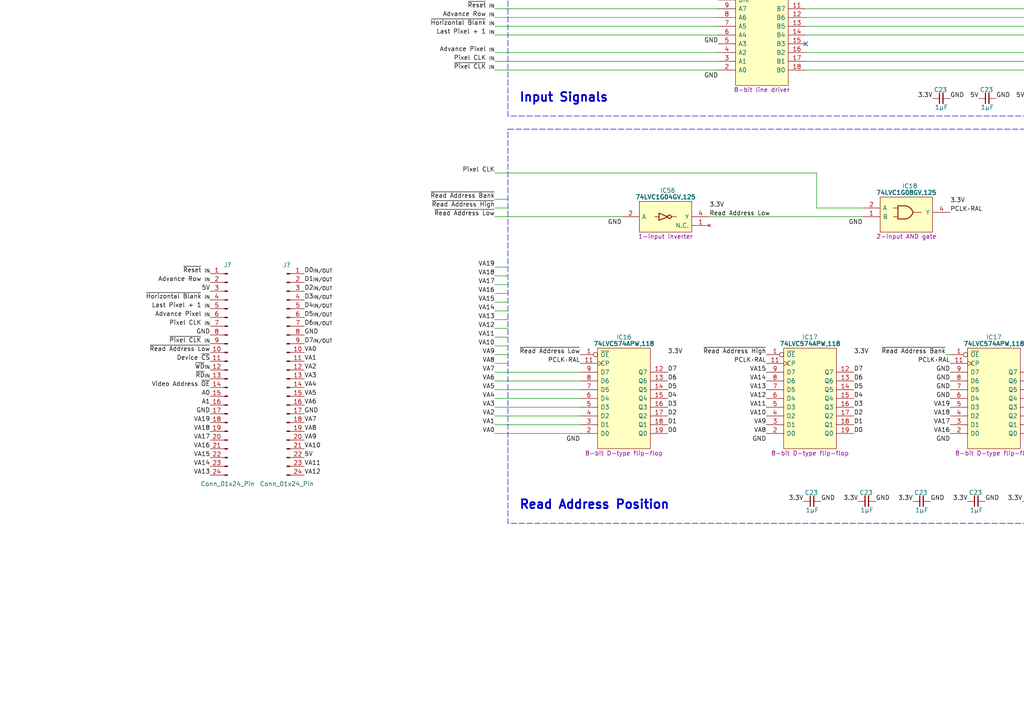
<source format=kicad_sch>
(kicad_sch (version 20230121) (generator eeschema)
  (paper "A4")
  (junction (at 659.765 121.285))
  (junction (at 247.65 -45.72))
  (junction (at 278.13 -38.1))
  (junction (at 279.4 -35.56))
  (junction (at 246.38 -48.26))
  (junction (at 630.555 121.285))
  (junction (at 275.59 -43.18))
  (junction (at 276.86 -40.64))
  (junction (at 245.11 -50.8))
  (junction (at 243.84 -53.34))
  (no_connect (at 445.77 120.65))
  (no_connect (at 471.805 -103.505))
  (no_connect (at 445.77 113.03))
  (no_connect (at 651.51 -12.065))
  (no_connect (at 651.51 -60.325))
  (no_connect (at 655.955 126.365))
  (no_connect (at 233.68 12.7))
  (no_connect (at 499.11 130.81))
  (no_connect (at 651.51 -57.785))
  (no_connect (at 651.51 -52.705))
  (no_connect (at 445.77 115.57))
  (no_connect (at 709.93 59.69))
  (no_connect (at 445.77 118.11))
  (no_connect (at 651.51 20.955))
  (no_connect (at 709.93 54.61))
  (no_connect (at 709.93 57.15))
  (no_connect (at 651.51 -50.165))
  (no_connect (at 651.51 -55.245))
  (no_connect (at 709.93 52.07))
  (wire (pts (xy 419.735 -117.475) (xy 446.405 -117.475)))
  (wire (pts (xy 556.26 83.185) (xy 560.07 83.185)))
  (wire (pts (xy 276.86 -69.85) (xy 280.67 -69.85)))
  (wire (pts (xy 143.51 97.79) (xy 147.32 97.79)))
  (wire (pts (xy 556.26 85.725) (xy 560.07 85.725)))
  (wire (pts (xy 518.795 9.525) (xy 499.745 9.525)))
  (wire (pts (xy 518.795 89.535) (xy 499.745 89.535)))
  (wire (pts (xy 143.51 -58.42) (xy 208.28 -58.42)))
  (wire (pts (xy 236.855 50.165) (xy 236.855 60.325)))
  (wire (pts (xy 556.26 4.445) (xy 626.11 4.445)))
  (wire (pts (xy 312.42 118.11) (xy 300.99 118.11)))
  (wire (pts (xy 247.65 -64.77) (xy 248.92 -64.77)))
  (wire (pts (xy 615.315 126.365) (xy 616.585 126.365)))
  (wire (pts (xy 143.51 110.49) (xy 168.275 110.49)))
  (wire (pts (xy 575.31 40.005) (xy 575.31 46.99)))
  (wire (pts (xy 349.885 -26.67) (xy 353.695 -26.67)))
  (wire (pts (xy 556.26 93.345) (xy 560.07 93.345)))
  (wire (pts (xy 233.68 -35.56) (xy 279.4 -35.56)))
  (wire (pts (xy 721.36 90.805) (xy 725.17 90.805)))
  (wire (pts (xy 556.26 50.165) (xy 560.07 50.165)))
  (wire (pts (xy 518.795 81.915) (xy 499.745 81.915)))
  (wire (pts (xy 312.42 -48.26) (xy 246.38 -48.26)))
  (wire (pts (xy 245.11 -50.8) (xy 312.42 -50.8)))
  (wire (pts (xy 556.26 70.485) (xy 560.07 70.485)))
  (wire (pts (xy 518.795 12.065) (xy 499.745 12.065)))
  (wire (pts (xy 143.51 -38.1) (xy 208.28 -38.1)))
  (wire (pts (xy 143.51 125.73) (xy 168.275 125.73)))
  (wire (pts (xy 312.42 17.78) (xy 233.68 17.78)))
  (wire (pts (xy 518.795 45.72) (xy 499.745 45.72)))
  (wire (pts (xy 143.51 60.325) (xy 147.32 60.325)))
  (wire (pts (xy 276.86 -69.85) (xy 276.86 -40.64)))
  (wire (pts (xy 312.42 20.32) (xy 233.68 20.32)))
  (wire (pts (xy 143.51 20.32) (xy 208.28 20.32)))
  (wire (pts (xy 556.26 -70.485) (xy 626.11 -70.485)))
  (wire (pts (xy 312.42 125.73) (xy 300.99 125.73)))
  (wire (pts (xy 556.26 55.245) (xy 560.07 55.245)))
  (wire (pts (xy 518.795 -21.59) (xy 499.745 -21.59)))
  (wire (pts (xy 143.51 -19.05) (xy 208.28 -19.05)))
  (wire (pts (xy 574.04 49.53) (xy 576.58 49.53)))
  (wire (pts (xy 143.51 57.785) (xy 147.32 57.785)))
  (wire (pts (xy 143.51 120.65) (xy 168.275 120.65)))
  (wire (pts (xy 312.42 10.16) (xy 233.68 10.16)))
  (wire (pts (xy 143.51 17.78) (xy 208.28 17.78)))
  (wire (pts (xy 312.42 115.57) (xy 300.99 115.57)))
  (wire (pts (xy 721.36 65.405) (xy 725.17 65.405)))
  (wire (pts (xy 721.36 47.625) (xy 725.17 47.625)))
  (wire (pts (xy 279.4 -64.77) (xy 280.67 -64.77)))
  (wire (pts (xy 276.86 -40.64) (xy 312.42 -40.64)))
  (wire (pts (xy 312.42 113.03) (xy 300.99 113.03)))
  (wire (pts (xy 143.51 -16.51) (xy 208.28 -16.51)))
  (wire (pts (xy 556.26 88.265) (xy 560.07 88.265)))
  (wire (pts (xy 248.92 -69.85) (xy 245.11 -69.85)))
  (wire (pts (xy 143.51 50.165) (xy 236.855 50.165)))
  (wire (pts (xy 143.51 123.19) (xy 168.275 123.19)))
  (wire (pts (xy 275.59 -72.39) (xy 280.67 -72.39)))
  (wire (pts (xy 349.885 -31.75) (xy 353.695 -31.75)))
  (wire (pts (xy 659.765 126.365) (xy 659.765 121.285)))
  (wire (pts (xy 721.36 83.185) (xy 725.17 83.185)))
  (wire (pts (xy 349.885 -16.51) (xy 353.695 -16.51)))
  (wire (pts (xy 721.36 60.325) (xy 725.17 60.325)))
  (wire (pts (xy 233.68 -48.26) (xy 246.38 -48.26)))
  (wire (pts (xy 143.51 -45.72) (xy 208.28 -45.72)))
  (wire (pts (xy 143.51 87.63) (xy 147.32 87.63)))
  (wire (pts (xy 349.885 -34.29) (xy 353.695 -34.29)))
  (wire (pts (xy 312.42 -35.56) (xy 279.4 -35.56)))
  (wire (pts (xy 143.51 85.09) (xy 147.32 85.09)))
  (wire (pts (xy 312.42 120.65) (xy 300.99 120.65)))
  (wire (pts (xy 233.68 -45.72) (xy 247.65 -45.72)))
  (wire (pts (xy 518.795 53.34) (xy 499.745 53.34)))
  (wire (pts (xy 248.92 -72.39) (xy 243.84 -72.39)))
  (wire (pts (xy 143.51 10.16) (xy 208.28 10.16)))
  (wire (pts (xy 233.68 -19.05) (xy 312.42 -19.05)))
  (wire (pts (xy 349.885 -39.37) (xy 353.695 -39.37)))
  (wire (pts (xy 556.26 67.945) (xy 560.07 67.945)))
  (wire (pts (xy 721.36 88.265) (xy 725.17 88.265)))
  (wire (pts (xy 143.51 7.62) (xy 208.28 7.62)))
  (wire (pts (xy 518.795 17.145) (xy 499.745 17.145)))
  (wire (pts (xy 236.855 60.325) (xy 250.19 60.325)))
  (wire (pts (xy 349.885 -121.285) (xy 353.695 -121.285)))
  (wire (pts (xy 280.67 -67.31) (xy 278.13 -67.31)))
  (wire (pts (xy 518.795 -19.05) (xy 499.745 -19.05)))
  (wire (pts (xy 575.31 46.99) (xy 576.58 46.99)))
  (wire (pts (xy 556.26 65.405) (xy 560.07 65.405)))
  (wire (pts (xy 143.51 2.54) (xy 208.28 2.54)))
  (wire (pts (xy 556.26 60.325) (xy 560.07 60.325)))
  (wire (pts (xy 518.795 84.455) (xy 499.745 84.455)))
  (wire (pts (xy 615.315 121.285) (xy 615.315 126.365)))
  (wire (pts (xy 143.51 100.33) (xy 147.32 100.33)))
  (wire (pts (xy 721.36 75.565) (xy 725.17 75.565)))
  (wire (pts (xy 143.51 -43.18) (xy 208.28 -43.18)))
  (wire (pts (xy 245.11 -69.85) (xy 245.11 -50.8)))
  (wire (pts (xy 349.885 -118.745) (xy 353.695 -118.745)))
  (wire (pts (xy 143.51 -53.34) (xy 208.28 -53.34)))
  (wire (pts (xy 275.59 -72.39) (xy 275.59 -43.18)))
  (wire (pts (xy 721.36 73.025) (xy 725.17 73.025)))
  (wire (pts (xy 721.36 55.245) (xy 725.17 55.245)))
  (wire (pts (xy 556.26 -57.785) (xy 626.11 -57.785)))
  (wire (pts (xy 205.74 62.865) (xy 250.19 62.865)))
  (wire (pts (xy 349.885 -19.05) (xy 353.695 -19.05)))
  (wire (pts (xy 143.51 62.865) (xy 180.34 62.865)))
  (wire (pts (xy 556.26 40.005) (xy 575.31 40.005)))
  (wire (pts (xy 721.36 67.945) (xy 725.17 67.945)))
  (wire (pts (xy 721.36 80.645) (xy 725.17 80.645)))
  (wire (pts (xy 556.26 90.805) (xy 560.07 90.805)))
  (wire (pts (xy 556.26 42.545) (xy 574.04 42.545)))
  (wire (pts (xy 233.68 -50.8) (xy 245.11 -50.8)))
  (wire (pts (xy 233.68 -40.64) (xy 276.86 -40.64)))
  (wire (pts (xy 349.885 1.27) (xy 353.695 1.27)))
  (wire (pts (xy 143.51 107.95) (xy 168.275 107.95)))
  (wire (pts (xy 655.955 121.285) (xy 659.765 121.285)))
  (wire (pts (xy 312.42 -38.1) (xy 278.13 -38.1)))
  (wire (pts (xy 143.51 -48.26) (xy 208.28 -48.26)))
  (wire (pts (xy 721.36 78.105) (xy 725.17 78.105)))
  (wire (pts (xy 312.42 5.08) (xy 233.68 5.08)))
  (wire (pts (xy 518.16 125.73) (xy 499.11 125.73)))
  (wire (pts (xy 233.68 -53.34) (xy 243.84 -53.34)))
  (wire (pts (xy 233.68 -43.18) (xy 275.59 -43.18)))
  (wire (pts (xy 721.36 50.165) (xy 725.17 50.165)))
  (wire (pts (xy 233.68 -38.1) (xy 278.13 -38.1)))
  (wire (pts (xy 721.36 93.345) (xy 725.17 93.345)))
  (wire (pts (xy 556.26 -55.245) (xy 626.11 -55.245)))
  (wire (pts (xy 556.26 52.705) (xy 560.07 52.705)))
  (wire (pts (xy 243.84 -53.34) (xy 312.42 -53.34)))
  (wire (pts (xy 143.51 5.08) (xy 208.28 5.08)))
  (wire (pts (xy 721.36 62.865) (xy 725.17 62.865)))
  (wire (pts (xy 721.36 57.785) (xy 725.17 57.785)))
  (wire (pts (xy 243.84 -72.39) (xy 243.84 -53.34)))
  (wire (pts (xy 556.26 73.025) (xy 560.07 73.025)))
  (wire (pts (xy 143.51 -35.56) (xy 208.28 -35.56)))
  (wire (pts (xy 349.885 -36.83) (xy 353.695 -36.83)))
  (wire (pts (xy 143.51 77.47) (xy 147.32 77.47)))
  (wire (pts (xy 349.885 -24.13) (xy 353.695 -24.13)))
  (wire (pts (xy 518.16 120.65) (xy 499.11 120.65)))
  (wire (pts (xy 279.4 -64.77) (xy 279.4 -35.56)))
  (wire (pts (xy 556.26 78.105) (xy 560.07 78.105)))
  (wire (pts (xy 233.68 -16.51) (xy 312.42 -16.51)))
  (wire (pts (xy 721.36 45.085) (xy 725.17 45.085)))
  (wire (pts (xy 143.51 80.01) (xy 147.32 80.01)))
  (wire (pts (xy 574.04 42.545) (xy 574.04 49.53)))
  (wire (pts (xy 556.26 47.625) (xy 560.07 47.625)))
  (wire (pts (xy 518.795 50.8) (xy 499.745 50.8)))
  (wire (pts (xy 143.51 15.24) (xy 208.28 15.24)))
  (wire (pts (xy 143.51 95.25) (xy 147.32 95.25)))
  (wire (pts (xy 247.65 -64.77) (xy 247.65 -45.72)))
  (wire (pts (xy 143.51 102.87) (xy 147.32 102.87)))
  (wire (pts (xy 143.51 115.57) (xy 168.275 115.57)))
  (wire (pts (xy 721.36 52.705) (xy 725.17 52.705)))
  (wire (pts (xy 312.42 7.62) (xy 233.68 7.62)))
  (wire (pts (xy 246.38 -67.31) (xy 248.92 -67.31)))
  (wire (pts (xy 312.42 15.24) (xy 233.68 15.24)))
  (wire (pts (xy 143.51 82.55) (xy 147.32 82.55)))
  (wire (pts (xy 143.51 113.03) (xy 168.275 113.03)))
  (wire (pts (xy 556.26 62.865) (xy 560.07 62.865)))
  (wire (pts (xy 518.795 14.605) (xy 499.745 14.605)))
  (wire (pts (xy 312.42 110.49) (xy 300.99 110.49)))
  (wire (pts (xy 312.42 -45.72) (xy 247.65 -45.72)))
  (wire (pts (xy 143.51 -40.64) (xy 208.28 -40.64)))
  (wire (pts (xy 556.26 80.645) (xy 560.07 80.645)))
  (wire (pts (xy 349.885 -29.21) (xy 353.695 -29.21)))
  (wire (pts (xy 143.51 105.41) (xy 147.32 105.41)))
  (wire (pts (xy 143.51 90.17) (xy 147.32 90.17)))
  (wire (pts (xy 312.42 2.54) (xy 233.68 2.54)))
  (wire (pts (xy 518.795 -26.67) (xy 499.745 -26.67)))
  (wire (pts (xy 312.42 107.95) (xy 300.99 107.95)))
  (wire (pts (xy 312.42 123.19) (xy 300.99 123.19)))
  (wire (pts (xy 518.795 -24.13) (xy 499.745 -24.13)))
  (wire (pts (xy 349.885 -13.97) (xy 353.695 -13.97)))
  (wire (pts (xy 556.26 45.085) (xy 560.07 45.085)))
  (wire (pts (xy 275.59 -43.18) (xy 312.42 -43.18)))
  (wire (pts (xy 143.51 92.71) (xy 147.32 92.71)))
  (wire (pts (xy 246.38 -67.31) (xy 246.38 -48.26)))
  (wire (pts (xy 518.795 86.995) (xy 499.745 86.995)))
  (wire (pts (xy 659.765 121.285) (xy 664.845 121.285)))
  (wire (pts (xy 349.885 -21.59) (xy 353.695 -21.59)))
  (wire (pts (xy 278.13 -67.31) (xy 278.13 -38.1)))
  (wire (pts (xy 274.32 102.87) (xy 275.59 102.87)))
  (wire (pts (xy 721.36 85.725) (xy 725.17 85.725)))
  (wire (pts (xy 630.555 121.285) (xy 630.555 123.825)))
  (wire (pts (xy 143.51 118.11) (xy 168.275 118.11)))
  (wire (pts (xy 518.16 118.11) (xy 499.11 118.11)))
  (wire (pts (xy 556.26 -26.035) (xy 626.11 -26.035)))
  (wire (pts (xy 721.36 70.485) (xy 725.17 70.485)))
  (wire (pts (xy 518.795 48.26) (xy 499.745 48.26)))
  (wire (pts (xy 143.51 -55.88) (xy 208.28 -55.88)))
  (wire (pts (xy 349.885 6.35) (xy 353.695 6.35)))
  (wire (pts (xy 518.16 123.19) (xy 499.11 123.19)))
  (wire (pts (xy 556.26 57.785) (xy 560.07 57.785)))
  (wire (pts (xy 615.315 121.285) (xy 630.555 121.285)))
  (wire (pts (xy 349.885 3.81) (xy 353.695 3.81)))
  (wire (pts (xy 143.51 -50.8) (xy 208.28 -50.8)))
  (wire (pts (xy 556.26 75.565) (xy 560.07 75.565)))
  (rectangle (start 560.07 -80.645) (end 721.36 33.655) (stroke (width 0) (type dash)))
  (rectangle (start 147.32 -80.645) (end 308.61 33.655) (stroke (width 0) (type dash)))
  (rectangle (start 353.695 -139.7) (end 514.985 152.4) (stroke (width 0) (type dash)))
  (rectangle (start 560.07 38.1) (end 721.36 93.345) (stroke (width 0) (type dash)))
  (rectangle (start 147.32 37.465) (end 308.61 151.765) (stroke (width 0) (type dash)))
  (rectangle (start 560.07 97.155) (end 721.36 152.4) (stroke (width 0) (type dash)))
  (text "Address Counter" (at 357.505 147.955 0) (effects (font (size 2.54 2.54) (thickness 0.508) bold) (justify left bottom)))
  (text "Read Address Position" (at 150.495 147.955 0) (effects (font (size 2.54 2.54) (thickness 0.508) bold) (justify left bottom)))
  (text "Power" (at 562.61 149.225 0) (effects (font (size 2.54 2.54) (thickness 0.508) bold) (justify left bottom)))
  (text "Device Select" (at 561.975 32.385 0) (effects (font (size 2.54 2.54) (thickness 0.508) bold) (justify left bottom)))
  (text "Input Signals" (at 150.495 29.845 0) (effects (font (size 2.54 2.54) (thickness 0.508) bold) (justify left bottom)))
  (text "Output Signals" (at 562.61 90.17 0) (effects (font (size 2.54 2.54) (thickness 0.508) bold) (justify left bottom)))
  (label "D3" (at 312.42 118.11 0))
  (label "VA6" (at 601.98 54.61 0))
  (label "L2" (at 403.225 -21.59 0))
  (label "GND" (at 684.53 52.07 180))
  (label "Write Address Low" (at 349.885 -34.29 180))
  (label "GND" (at 377.825 133.35 180))
  (label "D3" (at 377.825 50.8 180))
  (label "C16" (at 556.26 52.705 180))
  (label "GND" (at 302.26 28.575 0))
  (label "VA18" (at 709.93 64.77 0))
  (label "VA14" (at 655.32 54.61 0))
  (label "3.3V" (at 280.67 145.415 180))
  (label "Pixel CLK" (at 473.71 115.57 180))
  (label "TC_{0..3}" (at 474.345 19.685 180))
  (label "VA5" (at 143.51 113.03 180))
  (label "~{Pixel CLK} _{IN}" (at 60.96 99.695 180))
  (label "C13" (at 518.795 84.455 0))
  (label "3.3V" (at 499.11 110.49 0))
  (label "VA19" (at 60.96 122.555 180))
  (label "L19" (at 403.225 125.73 0))
  (label "~{WD}_{IN}" (at 143.51 -19.05 180))
  (label "D6" (at 349.885 -29.21 180))
  (label "Pixel CLK _{IN}" (at 60.96 94.615 180))
  (label "TC_{12..15}" (at 499.745 94.615 0))
  (label "L10" (at 421.005 53.34 180))
  (label "L7" (at 421.005 -31.75 180))
  (label "C7" (at 556.26 75.565 180))
  (label "Advance Row" (at 394.335 -116.205 180))
  (label "~{Pixel CLK}" (at 556.26 42.545 180))
  (label "3.3V" (at 300.99 -64.77 0))
  (label "C12" (at 518.795 81.915 0))
  (label "L12" (at 421.005 48.26 180))
  (label "VA11" (at 88.265 135.255 0))
  (label "~{RD}" (at 626.11 9.525 180))
  (label "Pixel CLK _{IN}" (at 143.51 17.78 180))
  (label "L10" (at 403.225 50.8 0))
  (label "D3_{IN{slash}OUT}" (at 143.51 -43.18 180))
  (label "GND" (at 445.77 11.43 0))
  (label "LC5" (at 446.405 -26.67 0))
  (label "~{Pixel CLK}" (at 629.92 49.53 180))
  (label "Advance Row _{IN}" (at 143.51 5.08 180))
  (label "GND" (at 208.28 -13.97 180))
  (label "~{Reset}" (at 474.345 1.905 180))
  (label "3.3V" (at 446.405 35.56 0))
  (label "GND" (at 420.37 120.65 180))
  (label "VA18" (at 275.59 120.65 180))
  (label "LC16" (at 445.77 130.81 0))
  (label "D4" (at 247.65 115.57 0))
  (label "L19" (at 420.37 123.19 180))
  (label "3.3V" (at 445.77 107.95 0))
  (label "VA15" (at 60.96 132.715 180))
  (label "D4_{IN{slash}OUT}" (at 143.51 -45.72 180))
  (label "~{Pixel CLK} _{IN}" (at 143.51 20.32 180))
  (label "D6_{IN{slash}OUT}" (at 143.51 -50.8 180))
  (label "GND" (at 377.825 71.755 180))
  (label "VA17" (at 60.96 127.635 180))
  (label "GND" (at 473.71 133.35 180))
  (label "L8" (at 403.225 45.72 0))
  (label "GND" (at 60.96 97.155 180))
  (label "VA19" (at 275.59 118.11 180))
  (label "VA8" (at 725.17 73.025 0))
  (label "LC11" (at 446.405 50.8 0))
  (label "Pixel CLK" (at 474.345 79.375 180))
  (label "C16" (at 518.16 118.11 0))
  (label "LC14" (at 474.345 86.995 180))
  (label "~{Read Address Bank}" (at 651.51 15.875 0))
  (label "Video Address ~{OE}" (at 556.26 40.005 180))
  (label "D3_{IN{slash}OUT}" (at 88.265 86.995 0))
  (label "3.3V" (at 503.555 146.685 180))
  (label "C14" (at 629.92 54.61 180))
  (label "C16" (at 377.825 113.03 180))
  (label "LC0" (at 446.405 -13.97 0))
  (label "D1" (at 312.42 -38.1 0))
  (label "GND" (at 420.37 118.11 180))
  (label "D6" (at 377.825 89.535 180))
  (label "TC_{12..15}" (at 473.71 130.81 180))
  (label "TC_{4..7}" (at 474.345 58.42 180))
  (label "VA10" (at 88.265 130.175 0))
  (label "GND" (at 421.005 35.56 180))
  (label "VA15" (at 655.32 52.07 0))
  (label "TC_{0..3}" (at 474.345 92.075 180))
  (label "VA16" (at 60.96 130.175 180))
  (label "D3" (at 193.675 118.11 0))
  (label "VA17" (at 725.17 50.165 0))
  (label "LC19" (at 473.71 125.73 180))
  (label "L16" (at 403.225 118.11 0))
  (label "3.3V" (at 499.745 1.905 0))
  (label "VA13" (at 222.25 113.03 180))
  (label "D1" (at 193.675 123.19 0))
  (label "C8" (at 629.92 69.85 180))
  (label "VA2" (at 143.51 120.65 180))
  (label "~{Read Address Low}" (at 60.96 102.235 180))
  (label "C14" (at 556.26 57.785 180))
  (label "GND" (at 208.28 22.86 180))
  (label "GND" (at 377.825 97.155 180))
  (label "GND" (at 445.77 85.09 0))
  (label "C2" (at 518.795 -21.59 0))
  (label "D1_{IN{slash}OUT}" (at 143.51 -38.1 180))
  (label "GND" (at 208.28 12.7 180))
  (label "GND" (at 275.59 128.27 180))
  (label "GND" (at 250.19 65.405 180))
  (label "C17" (at 377.825 115.57 180))
  (label "C3" (at 576.58 62.23 180))
  (label "Video Address ~{OE}" (at 60.96 112.395 180))
  (label "VA9" (at 143.51 102.87 180))
  (label "Latch High" (at 471.805 -113.665 0))
  (label "D5_{IN{slash}OUT}" (at 143.51 -48.26 180))
  (label "VA3" (at 725.17 85.725 0))
  (label "VA16" (at 709.93 69.85 0))
  (label "LC10" (at 446.405 53.34 0))
  (label "D2_{IN{slash}OUT}" (at 88.265 84.455 0))
  (label "C13" (at 629.92 57.15 180))
  (label "~{Horizontal Blank} _{IN}" (at 143.51 7.62 180))
  (label "C2" (at 576.58 64.77 180))
  (label "3.3V" (at 651.51 -29.845 0))
  (label "LC2" (at 474.345 -21.59 180))
  (label "VA16" (at 143.51 85.09 180))
  (label "Address High ~{CS}" (at 651.51 -65.405 0))
  (label "GND" (at 88.265 120.015 0))
  (label "VA4" (at 601.98 59.69 0))
  (label "D3" (at 247.65 118.11 0))
  (label "LC5" (at 474.345 12.065 180))
  (label "GND" (at 699.135 88.265 0))
  (label "VA8" (at 88.265 125.095 0))
  (label "C3" (at 556.26 85.725 180))
  (label "LC4" (at 474.345 9.525 180))
  (label "L18" (at 403.225 123.19 0))
  (label "Device ~{CS}" (at 556.26 -70.485 180))
  (label "VA12" (at 88.265 137.795 0))
  (label "C5" (at 377.825 6.985 180))
  (label "3.3V" (at 651.51 -70.485 0))
  (label "Pixel CLK" (at 143.51 50.165 180))
  (label "A0" (at 556.26 -55.245 180))
  (label "3.3V" (at 424.815 85.09 180))
  (label "3.3V" (at 694.055 88.265 180))
  (label "3.3V" (at 664.845 121.285 0))
  (label "5V" (at 60.96 84.455 180))
  (label "D3" (at 312.42 -43.18 0))
  (label "~{RD}" (at 626.11 22.225 180))
  (label "C6" (at 556.26 78.105 180))
  (label "C7" (at 518.795 17.145 0))
  (label "Read Address Low" (at 205.74 62.865 0))
  (label "LC17" (at 473.71 120.65 180))
  (label "C17" (at 556.26 50.165 180))
  (label "~{RD}" (at 143.51 -55.88 180))
  (label "VA9" (at 88.265 127.635 0))
  (label "VA12" (at 655.32 59.69 0))
  (label "GND" (at 429.895 85.09 0))
  (label "~{Reset}" (at 474.345 74.295 180))
  (label "VA0" (at 725.17 93.345 0))
  (label "D0" (at 377.825 -13.97 180))
  (label "L17" (at 420.37 128.27 180))
  (label "3.3V" (at 300.99 -69.85 0))
  (label "D7_{IN{slash}OUT}" (at 88.265 99.695 0))
  (label "VA12" (at 725.17 62.865 0))
  (label "D2" (at 349.885 -19.05 180))
  (label "3.3V" (at 473.075 146.685 180))
  (label "~{Horizontal Blank} _{IN}" (at 60.96 86.995 180))
  (label "C10" (at 377.825 45.72 180))
  (label "3.3V" (at 403.225 107.95 0))
  (label "LC1" (at 474.345 -24.13 180))
  (label "3.3V" (at 424.815 11.43 180))
  (label "3.3V" (at 499.745 38.1 0))
  (label "5V" (at 615.315 121.285 180))
  (label "L18" (at 420.37 125.73 180))
  (label "Latch Low" (at 421.005 -34.29 180))
  (label "VA2" (at 725.17 88.265 0))
  (label "3.3V" (at 233.68 -21.59 0))
  (label "GND" (at 683.26 88.265 0))
  (label "LC3" (at 446.405 -21.59 0))
  (label "~{WD}" (at 556.26 -26.035 180))
  (label "C9" (at 629.92 67.31 180))
  (label "3.3V" (at 275.59 59.055 0))
  (label "LC11" (at 474.345 53.34 180))
  (label "~{WD}" (at 312.42 -19.05 0))
  (label "C4" (at 377.825 4.445 180))
  (label "Address Low ~{CS}" (at 626.11 6.985 180))
  (label "D0" (at 193.675 125.73 0))
  (label "GND" (at 377.825 35.56 180))
  (label "D1" (at 377.825 55.88 180))
  (label "C8" (at 377.825 40.64 180))
  (label "VA6" (at 88.265 117.475 0))
  (label "Write Address Bank" (at 349.885 -39.37 180))
  (label "3.3V" (at 474.345 22.225 180))
  (label "GND" (at 621.665 126.365 0))
  (label "L5" (at 421.005 -26.67 180))
  (label "3.3V" (at 440.69 85.09 180))
  (label "GND" (at 60.96 120.015 180))
  (label "Latch High" (at 421.005 38.1 180))
  (label "D6" (at 377.825 17.145 180))
  (label "3.3V" (at 424.815 76.835 180))
  (label "3.3V" (at 678.18 28.575 180))
  (label "VA9" (at 725.17 70.485 0))
  (label "GND" (at 474.345 97.155 180))
  (label "~{Horizontal Blank}" (at 474.345 76.835 180))
  (label "D2" (at 193.675 120.65 0))
  (label "Video Address ~{OE}" (at 684.53 46.99 180))
  (label "LC9" (at 474.345 48.26 180))
  (label "3.3V" (at 247.65 102.87 0))
  (label "C11" (at 629.92 62.23 180))
  (label "5V" (at 233.68 -58.42 0))
  (label "D5" (at 349.885 -26.67 180))
  (label "GND" (at 445.77 76.835 0))
  (label "L14" (at 421.005 43.18 180))
  (label "GND" (at 377.825 24.765 180))
  (label "Advance Pixel _{IN}" (at 143.51 15.24 180))
  (label "Advance Row" (at 349.885 -121.285 180))
  (label "C10" (at 629.92 64.77 180))
  (label "~{Reset}" (at 474.345 38.1 180))
  (label "3.3V" (at 403.225 35.56 0))
  (label "GND" (at 394.335 -113.665 180))
  (label "TC_{8..11}" (at 499.745 58.42 0))
  (label "C15" (at 377.825 84.455 180))
  (label "C19" (at 684.53 62.23 180))
  (label "Write Address Low" (at 446.405 -120.015 180))
  (label "C16" (at 684.53 69.85 180))
  (label "LC6" (at 446.405 -29.21 0))
  (label "3.3V" (at 440.69 3.175 180))
  (label "Video Address ~{OE}" (at 629.92 46.99 180))
  (label "~{Read Address High}" (at 651.51 10.795 0))
  (label "D4" (at 349.885 -24.13 180))
  (label "D7" (at 193.675 107.95 0))
  (label "VA9" (at 655.32 67.31 0))
  (label "C15" (at 556.26 55.245 180))
  (label "Last Pixel + 1 _{IN}" (at 60.96 89.535 180))
  (label "Advance Pixel _{IN}" (at 60.96 92.075 180))
  (label "Write Address Low" (at 377.825 1.905 180))
  (label "Write Address High" (at 377.825 38.1 180))
  (label "GND" (at 493.395 146.685 0))
  (label "3.3V" (at 296.545 145.415 180))
  (label "GND" (at 446.405 -104.775 180))
  (label "C12" (at 377.825 76.835 180))
  (label "D5" (at 377.825 92.075 180))
  (label "LC13" (at 446.405 45.72 0))
  (label "LC12" (at 446.405 48.26 0))
  (label "GND" (at 288.925 28.575 0))
  (label "VA15" (at 222.25 107.95 180))
  (label "D1" (at 377.825 -16.51 180))
  (label "D1" (at 349.885 -16.51 180))
  (label "GND" (at 445.77 3.175 0))
  (label "D3" (at 377.825 123.19 180))
  (label "3.3V" (at 655.32 46.99 0))
  (label "L0" (at 403.225 -26.67 0))
  (label "GND" (at 699.135 28.575 0))
  (label "VA3" (at 143.51 118.11 180))
  (label "Device ~{CS}" (at 143.51 -58.42 180))
  (label "D4_{IN{slash}OUT}" (at 88.265 89.535 0))
  (label "3.3V" (at 300.99 102.87 0))
  (label "VA1" (at 601.98 67.31 0))
  (label "5V" (at 88.265 132.715 0))
  (label "L2" (at 421.005 -19.05 180))
  (label "3.3V" (at 678.18 88.265 180))
  (label "C11" (at 377.825 48.26 180))
  (label "GND" (at 626.11 -60.325 180))
  (label "D5" (at 312.42 -48.26 0))
  (label "PCLK·RAL" (at 275.59 61.595 0))
  (label "3.3V" (at 601.98 46.99 0))
  (label "3.3V" (at 419.735 -120.015 0))
  (label "LP·AR" (at 446.405 -112.395 180))
  (label "D2" (at 312.42 -40.64 0))
  (label "C19" (at 556.26 45.085 180))
  (label "GND" (at 421.005 -36.83 180))
  (label "D2" (at 377.825 125.73 180))
  (label "VA17" (at 143.51 82.55 180))
  (label "C4" (at 556.26 83.185 180))
  (label "C13" (at 377.825 79.375 180))
  (label "PCLK·RAL" (at 275.59 105.41 180))
  (label "VA1" (at 725.17 90.805 0))
  (label "D5" (at 312.42 113.03 0))
  (label "VA19" (at 725.17 45.085 0))
  (label "D5_{IN{slash}OUT}" (at 88.265 92.075 0))
  (label "LP·AR" (at 446.405 -107.315 180))
  (label "L6" (at 403.225 14.605 0))
  (label "LC6" (at 474.345 14.605 180))
  (label "L13" (at 403.225 84.455 0))
  (label "3.3V" (at 205.74 60.325 0))
  (label "GND" (at 664.845 126.365 0))
  (label "D2" (at 377.825 -19.05 180))
  (label "L3" (at 403.225 -19.05 0))
  (label "GND" (at 222.25 128.27 180))
  (label "C4" (at 518.795 9.525 0))
  (label "C0" (at 576.58 69.85 180))
  (label "GND" (at 301.625 145.415 0))
  (label "~{WD}" (at 626.11 -20.955 180))
  (label "3.3V" (at 440.69 11.43 180))
  (label "3.3V" (at 440.69 19.685 180))
  (label "D4" (at 312.42 -45.72 0))
  (label "D4" (at 312.42 115.57 0))
  (label "LC16" (at 473.71 118.11 180))
  (label "~{Read Address Low}" (at 168.275 102.87 180))
  (label "GND" (at 445.77 19.685 0))
  (label "~{Horizontal Blank}" (at 474.345 -31.75 180))
  (label "3.3V" (at 424.815 19.685 180))
  (label "Advance Pixel" (at 312.42 15.24 0))
  (label "Write Address Bank" (at 446.405 -109.855 180))
  (label "D7" (at 312.42 -53.34 0))
  (label "D1" (at 312.42 123.19 0))
  (label "VA1" (at 143.51 123.19 180))
  (label "L15" (at 421.005 40.64 180))
  (label "D3" (at 349.885 -21.59 180))
  (label "GND" (at 275.59 115.57 180))
  (label "L7" (at 403.225 17.145 0))
  (label "Address High ~{CS}" (at 626.11 12.065 180))
  (label "LC8" (at 446.405 58.42 0))
  (label "C0" (at 518.795 -26.67 0))
  (label "~{Horizontal Blank}" (at 312.42 7.62 0))
  (label "VA19" (at 143.51 77.47 180))
  (label "GND" (at 269.875 145.415 0))
  (label "Advance Row _{IN}" (at 60.96 81.915 180))
  (label "VA15" (at 143.51 87.63 180))
  (label "3.3V" (at 440.69 93.345 180))
  (label "VA13" (at 143.51 92.71 180))
  (label "VA9" (at 222.25 123.19 180))
  (label "C17" (at 684.53 67.31 180))
  (label "VA0" (at 601.98 69.85 0))
  (label "D4" (at 377.825 22.225 180))
  (label "Latch Bank" (at 420.37 110.49 180))
  (label "D0" (at 247.65 125.73 0))
  (label "Latch Bank" (at 471.805 -108.585 0))
  (label "~{Horizontal Blank}" (at 349.885 1.27 180))
  (label "GND" (at 474.345 60.96 180))
  (label "D0" (at 377.825 58.42 180))
  (label "Address Bank ~{CS}" (at 626.11 -18.415 180))
  (label "D3" (at 377.825 -21.59 180))
  (label "L14" (at 403.225 86.995 0))
  (label "C9" (at 556.26 70.485 180))
  (label "Pixel CLK" (at 474.345 43.18 180))
  (label "VA13" (at 60.96 137.795 180))
  (label "~{Horizontal Blank}" (at 474.345 4.445 180))
  (label "D1" (at 247.65 123.19 0))
  (label "VA10" (at 725.17 67.945 0))
  (label "L4" (at 403.225 9.525 0))
  (label "C3" (at 518.795 -19.05 0))
  (label "VA14" (at 725.17 57.785 0))
  (label "C18" (at 377.825 118.11 180))
  (label "GND" (at 715.01 88.265 0))
  (label "VA14" (at 222.25 110.49 180))
  (label "VA0" (at 88.265 102.235 0))
  (label "D5" (at 193.675 113.03 0))
  (label "D6_{IN{slash}OUT}" (at 88.265 94.615 0))
  (label "Device ~{CS}" (at 60.96 104.775 180))
  (label "D7" (at 312.42 107.95 0))
  (label "Pixel CLK" (at 312.42 17.78 0))
  (label "LC13" (at 474.345 84.455 180))
  (label "5V" (at 208.28 0 180))
  (label "3.3V" (at 270.51 28.575 180))
  (label "GND" (at 88.265 97.155 0))
  (label "VA18" (at 143.51 80.01 180))
  (label "LC7" (at 446.405 -31.75 0))
  (label "3.3V" (at 300.99 -67.31 0))
  (label "C1" (at 556.26 90.805 180))
  (label "GND" (at 446.405 -102.235 180))
  (label "3.3V" (at 269.24 -69.85 0))
  (label "~{Horizontal Blank}" (at 474.345 40.64 180))
  (label "LP·AR" (at 419.735 -117.475 0))
  (label "GND" (at 180.34 65.405 180))
  (label "GND" (at 684.53 57.15 180))
  (label "TC_{8..11}" (at 474.345 94.615 180))
  (label "GND" (at 285.75 145.415 0))
  (label "A1" (at 556.26 -57.785 180))
  (label "D7" (at 247.65 107.95 0))
  (label "~{WD}" (at 626.11 -10.795 180))
  (label "D2" (at 312.42 120.65 0))
  (label "VA5" (at 88.265 114.935 0))
  (label "D7" (at 377.825 14.605 180))
  (label "GND" (at 275.59 113.03 180))
  (label "D0_{IN{slash}OUT}" (at 88.265 79.375 0))
  (label "Advance Pixel" (at 349.885 3.81 180))
  (label "L11" (at 421.005 50.8 180))
  (label "D2_{IN{slash}OUT}" (at 143.51 -40.64 180))
  (label "D6" (at 312.42 -50.8 0))
  (label "GND" (at 429.895 76.835 0))
  (label "D7_{IN{slash}OUT}" (at 143.51 -53.34 180))
  (label "GND" (at 626.11 19.685 180))
  (label "C10" (at 556.26 67.945 180))
  (label "GND" (at 683.26 28.575 0))
  (label "GND" (at 474.345 24.765 180))
  (label "D0" (at 312.42 125.73 0))
  (label "3.3V" (at 193.675 102.87 0))
  (label "GND" (at 421.005 60.96 180))
  (label "C6" (at 377.825 9.525 180))
  (label "~{Reset}" (at 473.71 110.49 180))
  (label "~{Reset}" (at 474.345 -34.29 180))
  (label "D5" (at 377.825 19.685 180))
  (label "3.3V" (at 403.225 -36.83 0))
  (label "LC14" (at 446.405 43.18 0))
  (label "C7" (at 576.58 52.07 180))
  (label "3.3V" (at 709.93 88.265 180))
  (label "~{Read Address High}" (at 143.51 60.325 180))
  (label "VA7" (at 88.265 122.555 0))
  (label "D2" (at 377.825 53.34 180))
  (label "LC15" (at 474.345 89.535 180))
  (label "Write Address High" (at 651.51 -22.225 0))
  (label "VA19" (at 709.93 62.23 0))
  (label "VA5" (at 601.98 57.15 0))
  (label "GND" (at 168.275 128.27 180))
  (label "D6" (at 247.65 110.49 0))
  (label "L9" (at 421.005 55.88 180))
  (label "PCLK·RAL" (at 168.275 105.41 180))
  (label "GND" (at 474.345 -11.43 180))
  (label "C5" (at 576.58 57.15 180))
  (label "VA16" (at 725.17 52.705 0))
  (label "~{Horizontal Blank}" (at 473.71 113.03 180))
  (label "5V" (at 297.18 28.575 180))
  (label "5V" (at 283.845 28.575 180))
  (label "PCLK·RAL" (at 222.25 105.41 180))
  (label "~{Pixel CLK}" (at 312.42 20.32 0))
  (label "LC8" (at 474.345 45.72 180))
  (label "D0_{IN{slash}OUT}" (at 143.51 -35.56 180))
  (label "Last Pixel + 1" (at 349.885 -118.745 180))
  (label "3.3V" (at 269.24 -72.39 0))
  (label "Write Address High" (at 446.405 -114.935 180))
  (label "3.3V" (at 233.045 145.415 180))
  (label "~{RD}" (at 556.26 4.445 180))
  (label "GND" (at 715.01 28.575 0))
  (label "~{Reset} _{IN}" (at 60.96 79.375 180))
  (label "C0" (at 377.825 -31.75 180))
  (label "C14" (at 377.825 81.915 180))
  (label "A0" (at 60.96 114.935 180))
  (label "3.3V" (at 300.99 -72.39 0))
  (label "Write Address High" (at 349.885 -36.83 180))
  (label "Pixel CLK" (at 349.885 6.35 180))
  (label "GND" (at 420.37 107.95 180))
  (label "3.3V" (at 626.11 -65.405 180))
  (label "LC1" (at 446.405 -16.51 0))
  (label "VA10" (at 655.32 64.77 0))
  (label "3.3V" (at 446.405 -36.83 0))
  (label "VA7" (at 143.51 107.95 180))
  (label "C18" (at 556.26 47.625 180))
  (label "3.3V" (at 474.345 -13.97 180))
  (label "~{Pixel CLK}" (at 684.53 49.53 180))
  (label "L16" (at 420.37 130.81 180))
  (label "3.3V" (at 248.92 145.415 180))
  (label "L6" (at 421.005 -29.21 180))
  (label "C19" (at 377.825 120.65 180))
  (label "L0" (at 421.005 -13.97 180))
  (label "LC10" (at 474.345 50.8 180))
  (label "C19" (at 518.16 125.73 0))
  (label "Last Pixel + 1" (at 312.42 10.16 0))
  (label "L1" (at 403.225 -24.13 0))
  (label "VA14" (at 143.51 90.17 180))
  (label "VA7" (at 725.17 75.565 0))
  (label "VA11" (at 655.32 62.23 0))
  (label "GND" (at 429.895 3.175 0))
  (label "~{RD}_{IN}" (at 143.51 -16.51 180))
  (label "~{Read Address Low}" (at 651.51 5.715 0))
  (label "VA8" (at 222.25 125.73 180))
  (label "TC_{0..3}" (at 474.345 55.88 180))
  (label "~{Reset} _{IN}" (at 143.51 2.54 180))
  (label "VA11" (at 725.17 65.405 0))
  (label "VA2" (at 88.265 107.315 0))
  (label "3.3V" (at 651.51 3.175 0))
  (label "LC0" (at 474.345 -26.67 180))
  (label "GND" (at 429.895 11.43 0))
  (label "LC17" (at 445.77 128.27 0))
  (label "LC4" (at 446.405 -24.13 0))
  (label "TC_{0..3}" (at 473.71 128.27 180))
  (label "VA16" (at 275.59 125.73 180))
  (label "GND" (at 626.11 24.765 180))
  (label "C17" (at 518.16 120.65 0))
  (label "VA15" (at 725.17 55.245 0))
  (label "VA13" (at 725.17 60.325 0))
  (label "VA3" (at 601.98 62.23 0))
  (label "C5" (at 518.795 12.065 0))
  (label "L5" (at 403.225 12.065 0))
  (label "Last Pixel + 1 _{IN}" (at 143.51 10.16 180))
  (label "GND" (at 420.37 133.35 180))
  (label "~{Read Address Low}" (at 143.51 62.865 180))
  (label "C3" (at 377.825 -24.13 180))
  (label "VA14" (at 60.96 135.255 180))
  (label "5V" (at 233.68 -2.54 0))
  (label "L1" (at 421.005 -16.51 180))
  (label "VA6" (at 725.17 78.105 0))
  (label "C13" (at 556.26 60.325 180))
  (label "VA8" (at 655.32 69.85 0))
  (label "VA13" (at 655.32 57.15 0))
  (label "Write Address Bank" (at 377.825 110.49 180))
  (label "~{Read Address High}" (at 222.25 102.87 180))
  (label "GND" (at 626.11 -8.255 180))
  (label "Write Address Low" (at 377.825 -34.29 180))
  (label "~{Read Address Bank}" (at 143.51 57.785 180))
  (label "Pixel CLK" (at 474.345 6.985 180))
  (label "GND" (at 254 145.415 0))
  (label "C11" (at 518.795 53.34 0))
  (label "D4" (at 377.825 94.615 180))
  (label "LC2" (at 446.405 -19.05 0))
  (label "C14" (at 518.795 86.995 0))
  (label "VA7" (at 601.98 52.07 0))
  (label "~{RD}" (at 626.11 14.605 180))
  (label "L12" (at 403.225 81.915 0))
  (label "GND" (at 446.405 -99.695 180))
  (label "C7" (at 377.825 12.065 180))
  (label "Advance Pixel" (at 474.345 -16.51 180))
  (label "C8" (at 556.26 73.025 180))
  (label "GND" (at 420.37 113.03 180))
  (label "C1" (at 377.825 -29.21 180))
  (label "GND" (at 478.155 146.685 0))
  (label "GND" (at 275.59 107.95 180))
  (label "Address High ~{CS}" (at 626.11 -23.495 180))
  (label "C1" (at 576.58 67.31 180))
  (label "VA8" (at 143.51 105.41 180))
  (label "Write Address Bank" (at 651.51 -17.145 0))
  (label "L4" (at 421.005 -24.13 180))
  (label "GND" (at 377.825 107.95 180))
  (label "LC18" (at 445.77 125.73 0))
  (label "LC7" (at 474.345 17.145 180))
  (label "~{WD}_{IN}" (at 60.96 107.315 180))
  (label "L13" (at 421.005 45.72 180))
  (label "VA18" (at 60.96 125.095 180))
  (label "3.3V" (at 424.815 93.345 180))
  (label "VA0" (at 143.51 125.73 180))
  (label "VA17" (at 709.93 67.31 0))
  (label "GND" (at 684.53 54.61 180))
  (label "C0" (at 556.26 93.345 180))
  (label "~{WD}" (at 626.11 -15.875 180))
  (label "Address Bank ~{CS}" (at 626.11 17.145 180))
  (label "L3" (at 421.005 -21.59 180))
  (label "GND" (at 420.37 115.57 180))
  (label "D5" (at 247.65 113.03 0))
  (label "L9" (at 403.225 48.26 0))
  (label "3.3V" (at 471.805 -121.285 0))
  (label "C9" (at 377.825 43.18 180))
  (label "3.3V" (at 424.815 3.175 180))
  (label "GND" (at 429.895 93.345 0))
  (label "Write Address Low" (at 651.51 -27.305 0))
  (label "L11" (at 403.225 53.34 0))
  (label "VA10" (at 222.25 120.65 180))
  (label "C6" (at 576.58 54.61 180))
  (label "GND" (at 626.11 -13.335 180))
  (label "GND" (at 377.825 -0.635 180))
  (label "3.3V" (at 403.225 71.755 0))
  (label "VA6" (at 143.51 110.49 180))
  (label "VA4" (at 88.265 112.395 0))
  (label "VA12" (at 143.51 95.25 180))
  (label "VA1" (at 88.265 104.775 0))
  (label "C10" (at 518.795 50.8 0))
  (label "VA4" (at 143.51 115.57 180))
  (label "Last Pixel + 1" (at 394.335 -118.745 180))
  (label "C2" (at 377.825 -26.67 180))
  (label "D1_{IN{slash}OUT}" (at 88.265 81.915 0))
  (label "D0" (at 377.825 130.81 180))
  (label "C6" (at 518.795 14.605 0))
  (label "C15" (at 518.795 89.535 0))
  (label "D0" (at 312.42 -35.56 0))
  (label "VA4" (at 725.17 83.185 0))
  (label "3.3V" (at 488.315 146.685 180))
  (label "LC18" (at 473.71 123.19 180))
  (label "C15" (at 629.92 52.07 180))
  (label "A1" (at 60.96 117.475 180))
  (label "TC_{0..3}" (at 499.745 -13.97 0))
  (label "LC3" (at 474.345 -19.05 180))
  (label "LC15" (at 446.405 40.64 0))
  (label "GND" (at 377.825 60.96 180))
  (label "Advance Row" (at 312.42 5.08 0))
  (label "Address Low ~{CS}" (at 626.11 -28.575 180))
  (label "3.3V" (at 499.745 74.295 0))
  (label "GND" (at 429.895 19.685 0))
  (label "C1" (at 518.795 -24.13 0))
  (label "L8" (at 421.005 58.42 180))
  (label "3.3V" (at 403.225 -0.635 0))
  (label "VA11" (at 222.25 118.11 180))
  (label "GND" (at 684.53 59.69 180))
  (label "LC19" (at 445.77 123.19 0))
  (label "D4" (at 193.675 115.57 0))
  (label "VA5" (at 725.17 80.645 0))
  (label "Write Address High" (at 377.825 74.295 180))
  (label "GND" (at 377.825 -11.43 180))
  (label "C5" (at 556.26 80.645 180))
  (label "~{Read Address Bank}" (at 274.32 102.87 180))
  (label "~{Reset}" (at 312.42 2.54 0))
  (label "3.3V" (at 709.93 28.575 180))
  (label "GND" (at 445.77 93.345 0))
  (label "GND" (at 626.11 -67.945 180))
  (label "VA12" (at 222.25 115.57 180))
  (label "GND" (at 208.28 -33.02 180))
  (label "D1" (at 377.825 128.27 180))
  (label "GND" (at 630.555 126.365 180))
  (label "D7" (at 377.825 86.995 180))
  (label "LC12" (at 474.345 81.915 180))
  (label "VA17" (at 275.59 123.19 180))
  (label "GND" (at 626.11 -50.165 180))
  (label "GND" (at 275.59 28.575 0))
  (label "3.3V" (at 694.055 28.575 180))
  (label "GND" (at 508.635 146.685 0))
  (label "3.3V" (at 264.795 145.415 180))
  (label "LC9" (at 446.405 55.88 0))
  (label "C12" (at 629.92 59.69 180))
  (label "GND" (at 684.53 72.39 180))
  (label "VA3" (at 88.265 109.855 0))
  (label "Latch Low" (at 471.805 -118.745 0))
  (label "VA10" (at 143.51 100.33 180))
  (label "L15" (at 403.225 89.535 0))
  (label "GND" (at 629.92 72.39 180))
  (label "TC_{4..7}" (at 499.745 22.225 0))
  (label "VA18" (at 725.17 47.625 0))
  (label "Address Bank ~{CS}" (at 651.51 -62.865 0))
  (label "C2" (at 556.26 88.265 180))
  (label "Address Low ~{CS}" (at 651.51 -67.945 0))
  (label "GND" (at 421.005 -11.43 180))
  (label "~{RD}" (at 312.42 -16.51 0))
  (label "3.3V" (at 269.24 -67.31 0))
  (label "3.3V" (at 499.745 -34.29 0))
  (label "C12" (at 556.26 62.865 180))
  (label "GND" (at 275.59 110.49 180))
  (label "3.3V" (at 440.69 76.835 180))
  (label "D2" (at 247.65 120.65 0))
  (label "GND" (at 238.125 145.415 0))
  (label "~{RD}_{IN}" (at 60.96 109.855 180))
  (label "D7" (at 349.885 -31.75 180))
  (label "D6" (at 193.675 110.49 0))
  (label "L17" (at 403.225 120.65 0))
  (label "C11" (at 556.26 65.405 180))
  (label "GND" (at 208.28 -2.54 180))
  (label "GND" (at 576.58 72.39 180))
  (label "C18" (at 518.16 123.19 0))
  (label "GND" (at 377.825 -36.83 180))
  (label "C18" (at 684.53 64.77 180))
  (label "D0" (at 349.885 -13.97 180))
  (label "VA11" (at 143.51 97.79 180))
  (label "Pixel CLK" (at 474.345 -29.21 180))
  (label "C4" (at 576.58 59.69 180))
  (label "3.3V" (at 269.24 -64.77 0))
  (label "3.3V" (at 709.93 46.99 0))
  (label "D6" (at 312.42 110.49 0))
  (label "C8" (at 518.795 45.72 0))
  (label "C9" (at 518.795 48.26 0))
  (label "VA2" (at 601.98 64.77 0))
  (symbol (lib_id "HCP65:C_0805") (at 424.815 76.835 0) (unit 1)
    (property "Reference" "C23" (at 427.101 74.295 0))
    (property "Value" "1μF" (at 427.355 79.375 0))
    (property "Footprint" "SamacSys_Parts:C_0805" (effects hide))
    (instances (project "Pico Sound" (path "" (reference "C23") (unit 1))) (project "Video Timer" (path "" (reference "C?") (unit 1)) (path "" (reference "C31") (unit 1)) (path "" (reference "C25") (unit 1))))
  )
  (symbol (lib_id "HCP65:C_0805") (at 616.585 126.365 0) (unit 1)
    (property "Reference" "C5" (at 618.871 123.825 0))
    (property "Value" "10µF" (at 616.585 128.905 0) (effects (justify left)))
    (property "Footprint" "SamacSys_Parts:C_0805" (effects hide))
    (instances (project "Pico Sound" (path "" (reference "C5") (unit 1))) (project "Video Timer" (path "" (reference "C1") (unit 1)) (path "" (reference "C19") (unit 1)) (path "" (reference "C7") (unit 1))))
  )
  (symbol (lib_id "Nexperia:74LVC2G34GW,125") (at 208.28 -21.59 0) (unit 1)
    (property "Reference" "IC15" (at 220.98 -26.67 0))
    (property "Value" "74LVC2G34GW,125" (at 220.345 -24.765 0) (effects (font bold)))
    (property "Footprint" "74LVC2G34GW125" (effects hide))
    (property "Datasheet" "https://assets.nexperia.com/documents/data-sheet/74LVC2G34.pdf" (effects hide))
    (property "Description" "2-input buffer" (at 221.615 -10.795 0))
    (property "Height" "1.1" (effects hide))
    (property "Manufacturer_Name" "Nexperia" (effects hide))
    (property "Manufacturer_Part_Number" "74LVC2G34GW,125" (effects hide))
    (property "Mouser Part Number" "771-LVC2G34GW125" (effects hide))
    (property "Silkscreen" "'2G34" (effects hide))
    (instances (project "Video Timer" (path "" (reference "IC15") (unit 1)) (path "" (reference "IC55") (unit 1))))
  )
  (symbol (lib_id "HCP65:C_0805") (at 424.815 93.345 0) (unit 1)
    (property "Reference" "C23" (at 427.101 90.805 0))
    (property "Value" "1μF" (at 427.355 95.885 0))
    (property "Footprint" "SamacSys_Parts:C_0805" (effects hide))
    (instances (project "Pico Sound" (path "" (reference "C23") (unit 1))) (project "Video Timer" (path "" (reference "C?") (unit 1)) (path "" (reference "C31") (unit 1)) (path "" (reference "C50") (unit 1))))
  )
  (symbol (lib_id "HCP65:C_0805") (at 709.93 88.265 0) (unit 1)
    (property "Reference" "C23" (at 712.216 85.725 0))
    (property "Value" "1μF" (at 712.47 90.805 0))
    (property "Footprint" "SamacSys_Parts:C_0805" (effects hide))
    (instances (project "Pico Sound" (path "" (reference "C23") (unit 1))) (project "Video Timer" (path "" (reference "C?") (unit 1)) (path "" (reference "C29") (unit 1)) (path "" (reference "C24") (unit 1))))
  )
  (symbol (lib_id "Connector:Conn_01x24_Pin") (at 83.185 107.315 0) (unit 1)
    (property "Reference" "J?" (at 83.185 76.835 0))
    (property "Value" "Conn_01x24_Pin" (at 83.185 140.335 0))
    (instances (project "Video Timer" (path "" (reference "J?") (unit 1)) (path "" (reference "J2") (unit 1)) (path "" (reference "J6") (unit 1))))
  )
  (symbol (lib_id "HCP65:C_0805") (at 296.545 145.415 0) (unit 1)
    (property "Reference" "C23" (at 298.831 142.875 0))
    (property "Value" "1μF" (at 299.085 147.955 0))
    (property "Footprint" "SamacSys_Parts:C_0805" (effects hide))
    (instances (project "Pico Sound" (path "" (reference "C23") (unit 1))) (project "Video Timer" (path "" (reference "C?") (unit 1)) (path "" (reference "C29") (unit 1)) (path "" (reference "C17") (unit 1))))
  )
  (symbol (lib_id "Nexperia:74LVC573APW,118") (at 421.005 35.56 0) (unit 1)
    (property "Reference" "IC25" (at 433.705 30.48 0))
    (property "Value" "74LVC573APW,118" (at 433.705 32.385 0) (effects (font bold)))
    (property "Footprint" "SOP65P640X110-20N" (effects hide))
    (property "Datasheet" "https://assets.nexperia.com/documents/data-sheet/74LVC573A.pdf" (effects hide))
    (property "Description" "8-bit D-type latch" (at 433.705 64.135 0))
    (property "Height" "1.1" (effects hide))
    (property "Mouser Part Number" "771-74LVC573APW-T" (effects hide))
    (property "Mouser Price/Stock" "https://www.mouser.co.uk/ProductDetail/Nexperia/74LVC573APW118/?qs=me8TqzrmIYU4mlL%252B5pgpig%3D%3D" (effects hide))
    (property "Manufacturer_Name" "Nexperia" (effects hide))
    (property "Manufacturer_Part_Number" "74LVC573APW,118" (effects hide))
    (property "Silkscreen" "74LVC573" (effects hide))
  )
  (symbol (lib_id "HCP65:C_0805") (at 440.69 93.345 0) (unit 1)
    (property "Reference" "C23" (at 442.976 90.805 0))
    (property "Value" "1μF" (at 443.23 95.885 0))
    (property "Footprint" "SamacSys_Parts:C_0805" (effects hide))
    (instances (project "Pico Sound" (path "" (reference "C23") (unit 1))) (project "Video Timer" (path "" (reference "C?") (unit 1)) (path "" (reference "C30") (unit 1)) (path "" (reference "C51") (unit 1))))
  )
  (symbol (lib_id "Nexperia:74LVC573APW,118") (at 420.37 107.95 0) (unit 1)
    (property "Reference" "IC30" (at 433.07 102.87 0))
    (property "Value" "74LVC573APW,118" (at 433.07 104.775 0) (effects (font bold)))
    (property "Footprint" "SOP65P640X110-20N" (effects hide))
    (property "Datasheet" "https://assets.nexperia.com/documents/data-sheet/74LVC573A.pdf" (effects hide))
    (property "Description" "8-bit D-type latch" (at 433.07 136.525 0))
    (property "Height" "1.1" (effects hide))
    (property "Mouser Part Number" "771-74LVC573APW-T" (effects hide))
    (property "Mouser Price/Stock" "https://www.mouser.co.uk/ProductDetail/Nexperia/74LVC573APW118/?qs=me8TqzrmIYU4mlL%252B5pgpig%3D%3D" (effects hide))
    (property "Manufacturer_Name" "Nexperia" (effects hide))
    (property "Manufacturer_Part_Number" "74LVC573APW,118" (effects hide))
    (property "Silkscreen" "74LVC573" (effects hide))
  )
  (symbol (lib_id "Nexperia:74LVC157APW,118") (at 377.825 71.755 0) (unit 1)
    (property "Reference" "IC43" (at 390.525 66.675 0))
    (property "Value" "74LVC157APW,118" (at 390.525 68.58 0) (effects (font bold)))
    (property "Footprint" "SOP65P640X110-16N" (effects hide))
    (property "Datasheet" "https://assets.nexperia.com/documents/data-sheet/74LVC157A.pdf" (effects hide))
    (property "Description" "1 of 2 multiplexer" (at 390.525 100.33 0))
    (property "Height" "1.1" (effects hide))
    (property "Mouser Part Number" "771-74LVC157APW-T" (effects hide))
    (property "Mouser Price/Stock" "https://www.mouser.co.uk/ProductDetail/Nexperia/74LVC157APW118?qs=me8TqzrmIYWzCqHfrjyLrQ%3D%3D" (effects hide))
    (property "Manufacturer_Name" "Nexperia" (effects hide))
    (property "Manufacturer_Part_Number" "74LVC157APW,118" (effects hide))
    (property "Silkscreen" "74LVC157" (effects hide))
  )
  (symbol (lib_id "Nexperia:74LVC1G04GV,125") (at 180.34 60.325 0) (unit 1)
    (property "Reference" "IC56" (at 193.675 55.245 0))
    (property "Value" "74LVC1G04GV,125" (at 193.04 57.15 0) (effects (font bold)))
    (property "Footprint" "SOT95P275X110-5N" (effects hide))
    (property "Datasheet" "https://assets.nexperia.com/documents/data-sheet/74LVC1G04.pdf" (effects hide))
    (property "Description" "1-input inverter" (at 193.04 68.58 0))
    (property "Height" "1.1" (effects hide))
    (property "Manufacturer_Name" "Nexperia" (effects hide))
    (property "Manufacturer_Part_Number" "74LVC1G04GV,125" (effects hide))
    (property "Mouser Part Number" "771-74LVC1G04GV" (effects hide))
    (property "Mouser Price/Stock" "https://www.mouser.co.uk/ProductDetail/Nexperia/74LVC1G04GV125?qs=me8TqzrmIYW6McwMAxl%2F9w%3D%3D" (effects hide))
    (property "Silkscreen" "'1G04" (effects hide))
  )
  (symbol (lib_id "Nexperia:74LVC157APW,118") (at 377.825 -0.635 0) (unit 1)
    (property "Reference" "IC45" (at 390.525 -5.715 0))
    (property "Value" "74LVC157APW,118" (at 390.525 -3.81 0) (effects (font bold)))
    (property "Footprint" "SOP65P640X110-16N" (effects hide))
    (property "Datasheet" "https://assets.nexperia.com/documents/data-sheet/74LVC157A.pdf" (effects hide))
    (property "Description" "1 of 2 multiplexer" (at 390.525 27.94 0))
    (property "Height" "1.1" (effects hide))
    (property "Mouser Part Number" "771-74LVC157APW-T" (effects hide))
    (property "Mouser Price/Stock" "https://www.mouser.co.uk/ProductDetail/Nexperia/74LVC157APW118?qs=me8TqzrmIYWzCqHfrjyLrQ%3D%3D" (effects hide))
    (property "Manufacturer_Name" "Nexperia" (effects hide))
    (property "Manufacturer_Part_Number" "74LVC157APW,118" (effects hide))
    (property "Silkscreen" "74LVC157" (effects hide))
  )
  (symbol (lib_id "Diodes_Inc:AP7365-33WG-7") (at 630.555 121.285 0) (unit 1)
    (property "Reference" "IC2" (at 643.255 116.205 0))
    (property "Value" "AP7365-33WG-7" (at 643.255 118.11 0) (effects (font bold)))
    (property "Footprint" "SOT95P285X130-5N" (effects hide))
    (property "Datasheet" "https://componentsearchengine.com/Datasheets/1/AP7365-33WG-7.pdf" (effects hide))
    (property "Description" "3.3V LDO voltage regulator" (at 643.255 129.54 0))
    (property "Height" "1.3" (effects hide))
    (property "Manufacturer_Name" "Diodes Inc." (effects hide))
    (property "Manufacturer_Part_Number" "AP7365-33WG-7" (effects hide))
    (property "Mouser Part Number" "621-AP7365-33WG-7" (effects hide))
    (property "Mouser Price/Stock" "https://www.mouser.co.uk/ProductDetail/Diodes-Incorporated/AP7365-33WG-7?qs=abZ1nkZpTuOZFvxvoFPL0w%3D%3D" (effects hide))
    (property "Arrow Part Number" "AP7365-33WG-7" (effects hide))
    (property "Arrow Price/Stock" "https://www.arrow.com/en/products/ap7365-33wg-7/diodes-incorporated?region=nac" (effects hide))
    (property "Silkscreen" "AP7365" (effects hide))
    (instances (project "Pico Sound" (path "" (reference "IC2") (unit 1))) (project "Video Timer" (path "" (reference "IC7") (unit 1)) (path "" (reference "IC6") (unit 1)) (path "" (reference "IC24") (unit 1))))
  )
  (symbol (lib_id "Nexperia:74LVC161PW,112") (at 473.71 110.49 0) (unit 1)
    (property "Reference" "IC20" (at 486.41 105.41 0))
    (property "Value" "74LVC161PW,112" (at 486.41 107.315 0) (effects (font bold)))
    (property "Footprint" "SOP65P640X110-16N" (effects hide))
    (property "Datasheet" "https://assets.nexperia.com/documents/data-sheet/74LVC161.pdf" (effects hide))
    (property "Description" "4-bit up counter" (at 486.41 136.525 0))
    (property "Height" "1.1" (effects hide))
    (property "Mouser Part Number" "771-LVC161PW112" (effects hide))
    (property "Mouser Price/Stock" "https://www.mouser.co.uk/ProductDetail/Nexperia/74LVC161PW112?qs=me8TqzrmIYXBQ64YL7POQw%3D%3D" (effects hide))
    (property "Manufacturer_Name" "Nexperia" (effects hide))
    (property "Manufacturer_Part_Number" "74LVC161PW,112" (effects hide))
    (property "Silkscreen" "74LVC161" (effects hide))
    (instances (project "Video Timer" (path "" (reference "IC20") (unit 1)) (path "" (reference "IC35") (unit 1))))
  )
  (symbol (lib_id "Bourns:CAY16-103J4LF") (at 280.67 -72.39 0) (unit 1)
    (property "Reference" "RN1" (at 290.83 -77.47 0))
    (property "Value" "CAY16-103J4LF" (at 290.83 -75.565 0))
    (property "Footprint" "SamacSys_Parts:CAY16-J4" (effects hide))
    (property "Datasheet" "https://www.bourns.com/pdfs/CATCAY.pdf" (effects hide))
    (property "Description" "10KΩ 4-array resistor" (at 290.83 -61.595 0))
    (property "Manufacturer_Name" "Bourns" (effects hide))
    (property "Manufacturer_Part_Number" "CAY16-103J4LF\n" (effects hide))
    (property "Mouser Part Number" "652-CAY16-103J4LF" (effects hide))
    (property "Mouser Price/Stock" "https://www.mouser.co.uk/ProductDetail/Bourns/CAY16-472J4LF?qs=vjljXApjgZXDWSqaYW6%252BOA%3D%3D" (effects hide))
    (property "Silkscreen" "10KΩ" (effects hide))
    (instances (project "Video Timer" (path "" (reference "RN1") (unit 1)) (path "" (reference "RN4") (unit 1))))
  )
  (symbol (lib_id "HCP65:C_0805") (at 424.815 3.175 0) (unit 1)
    (property "Reference" "C23" (at 427.101 0.635 0))
    (property "Value" "1μF" (at 427.355 5.715 0))
    (property "Footprint" "SamacSys_Parts:C_0805" (effects hide))
    (instances (project "Pico Sound" (path "" (reference "C23") (unit 1))) (project "Video Timer" (path "" (reference "C?") (unit 1)) (path "" (reference "C29") (unit 1)) (path "" (reference "C27") (unit 1))))
  )
  (symbol (lib_id "Nexperia:74LVC161PW,112") (at 474.345 1.905 0) (unit 1)
    (property "Reference" "IC20" (at 487.045 -3.175 0))
    (property "Value" "74LVC161PW,112" (at 487.045 -1.27 0) (effects (font bold)))
    (property "Footprint" "SOP65P640X110-16N" (effects hide))
    (property "Datasheet" "https://assets.nexperia.com/documents/data-sheet/74LVC161.pdf" (effects hide))
    (property "Description" "4-bit up counter" (at 487.045 27.94 0))
    (property "Height" "1.1" (effects hide))
    (property "Mouser Part Number" "771-LVC161PW112" (effects hide))
    (property "Mouser Price/Stock" "https://www.mouser.co.uk/ProductDetail/Nexperia/74LVC161PW112?qs=me8TqzrmIYXBQ64YL7POQw%3D%3D" (effects hide))
    (property "Manufacturer_Name" "Nexperia" (effects hide))
    (property "Manufacturer_Part_Number" "74LVC161PW,112" (effects hide))
    (property "Silkscreen" "74LVC161" (effects hide))
    (instances (project "Video Timer" (path "" (reference "IC20") (unit 1)) (path "" (reference "IC33") (unit 1))))
  )
  (symbol (lib_id "HCP65:C_0805") (at 440.69 11.43 0) (unit 1)
    (property "Reference" "C23" (at 442.976 8.89 0))
    (property "Value" "1μF" (at 443.23 13.97 0))
    (property "Footprint" "SamacSys_Parts:C_0805" (effects hide))
    (instances (project "Pico Sound" (path "" (reference "C23") (unit 1))) (project "Video Timer" (path "" (reference "C?") (unit 1)) (path "" (reference "C30") (unit 1)) (path "" (reference "C46") (unit 1))))
  )
  (symbol (lib_id "Nexperia:74LVC161PW,112") (at 474.345 74.295 0) (unit 1)
    (property "Reference" "IC20" (at 487.045 69.215 0))
    (property "Value" "74LVC161PW,112" (at 487.045 71.12 0) (effects (font bold)))
    (property "Footprint" "SOP65P640X110-16N" (effects hide))
    (property "Datasheet" "https://assets.nexperia.com/documents/data-sheet/74LVC161.pdf" (effects hide))
    (property "Description" "4-bit up counter" (at 487.045 100.33 0))
    (property "Height" "1.1" (effects hide))
    (property "Mouser Part Number" "771-LVC161PW112" (effects hide))
    (property "Mouser Price/Stock" "https://www.mouser.co.uk/ProductDetail/Nexperia/74LVC161PW112?qs=me8TqzrmIYXBQ64YL7POQw%3D%3D" (effects hide))
    (property "Manufacturer_Name" "Nexperia" (effects hide))
    (property "Manufacturer_Part_Number" "74LVC161PW,112" (effects hide))
    (property "Silkscreen" "74LVC161" (effects hide))
    (instances (project "Video Timer" (path "" (reference "IC20") (unit 1)) (path "" (reference "IC23") (unit 1))))
  )
  (symbol (lib_id "Nexperia:74LVC138APW-Q100J") (at 626.11 -72.39 0) (unit 1)
    (property "Reference" "IC42" (at 638.81 -75.565 0))
    (property "Value" "74LVC138APW-Q100J" (at 638.81 -73.66 0) (effects (font bold)))
    (property "Footprint" "SOP65P640X110-16N" (effects hide))
    (property "Datasheet" "https://assets.nexperia.com/documents/data-sheet/74LVC138A_Q100.pdf" (effects hide))
    (property "Description" "3-to-8 decoder" (at 639.445 -46.99 0))
    (property "Height" "1.1" (effects hide))
    (property "Mouser Part Number" "771-74LVC138APWQ100J" (effects hide))
    (property "Mouser Price/Stock" "https://www.mouser.co.uk/ProductDetail/Nexperia/74LVC138APW-Q100J?qs=fi7yB2oewZnXKE82xo%252BhJQ%3D%3D" (effects hide))
    (property "Manufacturer_Name" "Nexperia" (effects hide))
    (property "Manufacturer_Part_Number" "74LVC138APW-Q100J" (effects hide))
    (property "Silkscreen" "74LVC138" (effects hide))
    (instances (project "Video Timer" (path "" (reference "IC42") (unit 1)) (path "" (reference "IC28") (unit 1))))
  )
  (symbol (lib_id "HCP65:C_0805") (at 473.075 146.685 0) (unit 1)
    (property "Reference" "C23" (at 475.361 144.145 0))
    (property "Value" "1μF" (at 475.615 149.225 0))
    (property "Footprint" "SamacSys_Parts:C_0805" (effects hide))
    (instances (project "Pico Sound" (path "" (reference "C23") (unit 1))) (project "Video Timer" (path "" (reference "C?") (unit 1)) (path "" (reference "C29") (unit 1)) (path "" (reference "C56") (unit 1))))
  )
  (symbol (lib_id "Nexperia:74LVC157APW,118") (at 377.825 35.56 0) (unit 1)
    (property "Reference" "IC46" (at 390.525 30.48 0))
    (property "Value" "74LVC157APW,118" (at 390.525 32.385 0) (effects (font bold)))
    (property "Footprint" "SOP65P640X110-16N" (effects hide))
    (property "Datasheet" "https://assets.nexperia.com/documents/data-sheet/74LVC157A.pdf" (effects hide))
    (property "Description" "1 of 2 multiplexer" (at 390.525 64.135 0))
    (property "Height" "1.1" (effects hide))
    (property "Mouser Part Number" "771-74LVC157APW-T" (effects hide))
    (property "Mouser Price/Stock" "https://www.mouser.co.uk/ProductDetail/Nexperia/74LVC157APW118?qs=me8TqzrmIYWzCqHfrjyLrQ%3D%3D" (effects hide))
    (property "Manufacturer_Name" "Nexperia" (effects hide))
    (property "Manufacturer_Part_Number" "74LVC157APW,118" (effects hide))
    (property "Silkscreen" "74LVC157" (effects hide))
  )
  (symbol (lib_id "Nexperia:74LVC1G08GV,125") (at 394.335 -119.38 0) (unit 1)
    (property "Reference" "IC53" (at 405.765 -125.095 0) (effects (justify left)))
    (property "Value" "74LVC1G08GV,125" (at 407.035 -123.19 0) (effects (font bold)))
    (property "Footprint" "SOT95P275X110-5N" (effects hide))
    (property "Datasheet" "https://assets.nexperia.com/documents/data-sheet/74LVC1G08.pdf" (effects hide))
    (property "Description" "2-input AND gate" (at 407.035 -110.49 0))
    (property "Height" "1.1" (effects hide))
    (property "Manufacturer_Name" "Nexperia" (effects hide))
    (property "Manufacturer_Part_Number" "74LVC1G08GV,125" (effects hide))
    (property "Mouser Part Number" "771-74LVC1G08GV" (effects hide))
    (property "Mouser Price/Stock" "https://www.mouser.co.uk/ProductDetail/Nexperia/74LVC1G08GV125?qs=me8TqzrmIYXEnurJEPZc7A%3D%3D" (effects hide))
    (property "Arrow Part Number" "74LVC1G08GV,125" (effects hide))
    (property "Arrow Price/Stock" "https://www.arrow.com/en/products/74lvc1g08gv125/nexperia" (effects hide))
    (property "Silkscreen" "'1G08" (effects hide))
  )
  (symbol (lib_id "Texas_Instruments:SN74ABT245BDBR") (at 208.28 -2.54 0) (unit 1)
    (property "Reference" "IC39" (at 220.98 -7.62 0))
    (property "Value" "SN74ABT245BDBR" (at 220.98 -5.715 0) (effects (font bold)))
    (property "Footprint" "SOP65P780X200-20N" (effects hide))
    (property "Datasheet" "http://www.ti.com/lit/gpn/sn74abt245b" (effects hide))
    (property "Description" "8-bit line driver" (at 220.98 26.035 0))
    (property "Height" "2" (effects hide))
    (property "Manufacturer_Name" "Texas Instruments" (effects hide))
    (property "Manufacturer_Part_Number" "SN74ABT245BDBR" (effects hide))
    (property "Mouser Part Number" "595-SN74ABT245BDBR" (effects hide))
    (property "Mouser Price/Stock" "https://www.mouser.co.uk/ProductDetail/Texas-Instruments/SN74ABT245BDBR?qs=5nGYs9Do7G0kvriH65mtcg%3D%3D" (effects hide))
    (property "Silkscreen" "74ABT245" (effects hide))
  )
  (symbol (lib_id "Nexperia:74LVC574APW,118") (at 576.58 46.99 0) (unit 1)
    (property "Reference" "IC51" (at 589.28 41.91 0))
    (property "Value" "74LVC574APW,118" (at 589.28 43.815 0) (effects (font bold)))
    (property "Footprint" "SOP65P640X110-20N" (effects hide))
    (property "Datasheet" "https://assets.nexperia.com/documents/data-sheet/74LVC574A.pdf" (effects hide))
    (property "Description" "8-bit D-type flip-flop" (at 589.28 75.565 0))
    (property "Height" "1.1" (effects hide))
    (property "Manufacturer_Name" "Nexperia" (effects hide))
    (property "Manufacturer_Part_Number" "74LVC574APW,118" (effects hide))
    (property "Mouser Part Number" "771-74LVC574APW-T" (effects hide))
    (property "Mouser Price/Stock" "https://www.mouser.co.uk/ProductDetail/Nexperia/74LVC574APW118?qs=me8TqzrmIYXFXrN3QSTUuw%3D%3D" (effects hide))
    (property "Silkscreen" "74LVC574" (effects hide))
  )
  (symbol (lib_id "Nexperia:74LVC02APW,118") (at 626.11 -28.575 0) (unit 1)
    (property "Reference" "IC7" (at 638.81 -34.925 0))
    (property "Value" "74LVC02APW,118" (at 638.81 -33.02 0) (effects (font bold)))
    (property "Footprint" "SOP65P640X110-14N" (effects hide))
    (property "Datasheet" "https://assets.nexperia.com/documents/data-sheet/74LVC02A.pdf" (effects hide))
    (property "Description" "2-Input NOR gate" (at 638.81 -5.08 0))
    (property "Height" "1.1" (effects hide))
    (property "Mouser Part Number" "771-74LVC02APW-T" (effects hide))
    (property "Mouser Price/Stock" "https://www.mouser.co.uk/ProductDetail/Nexperia/74LVC02APW118?qs=me8TqzrmIYX6VnwIC2vA2w%3D%3D" (effects hide))
    (property "Manufacturer_Name" "Nexperia" (effects hide))
    (property "Manufacturer_Part_Number" "74LVC02APW,118" (effects hide))
    (property "Silkscreen" "74LVC02" (effects hide))
    (instances (project "Video Timer" (path "" (reference "IC7") (unit 1)) (path "" (reference "IC38") (unit 1))))
  )
  (symbol (lib_id "HCP65:C_0805") (at 488.315 146.685 0) (unit 1)
    (property "Reference" "C23" (at 490.601 144.145 0))
    (property "Value" "1μF" (at 490.855 149.225 0))
    (property "Footprint" "SamacSys_Parts:C_0805" (effects hide))
    (instances (project "Pico Sound" (path "" (reference "C23") (unit 1))) (project "Video Timer" (path "" (reference "C?") (unit 1)) (path "" (reference "C29") (unit 1)) (path "" (reference "C48") (unit 1))))
  )
  (symbol (lib_id "Connector:Conn_01x24_Pin") (at 66.04 107.315 0) (mirror y) (unit 1)
    (property "Reference" "J?" (at 66.04 76.835 0))
    (property "Value" "Conn_01x24_Pin" (at 66.04 140.335 0))
    (instances (project "Video Timer" (path "" (reference "J?") (unit 1)) (path "" (reference "J1") (unit 1)) (path "" (reference "J4") (unit 1))))
  )
  (symbol (lib_id "Nexperia:74LVC574APW,118") (at 168.275 102.87 0) (unit 1)
    (property "Reference" "IC16" (at 180.975 97.79 0))
    (property "Value" "74LVC574APW,118" (at 180.975 99.695 0) (effects (font bold)))
    (property "Footprint" "SOP65P640X110-20N" (effects hide))
    (property "Datasheet" "https://assets.nexperia.com/documents/data-sheet/74LVC574A.pdf" (effects hide))
    (property "Description" "8-bit D-type flip-flop" (at 180.975 131.445 0))
    (property "Height" "1.1" (effects hide))
    (property "Manufacturer_Name" "Nexperia" (effects hide))
    (property "Manufacturer_Part_Number" "74LVC574APW,118" (effects hide))
    (property "Mouser Part Number" "771-74LVC574APW-T" (effects hide))
    (property "Mouser Price/Stock" "https://www.mouser.co.uk/ProductDetail/Nexperia/74LVC574APW118?qs=me8TqzrmIYXFXrN3QSTUuw%3D%3D" (effects hide))
    (property "Silkscreen" "74LVC574" (effects hide))
    (instances (project "Video Timer" (path "" (reference "IC16") (unit 1)) (path "" (reference "IC49") (unit 1))))
  )
  (symbol (lib_id "HCP65:C_0805") (at 264.795 145.415 0) (unit 1)
    (property "Reference" "C23" (at 267.081 142.875 0))
    (property "Value" "1μF" (at 267.335 147.955 0))
    (property "Footprint" "SamacSys_Parts:C_0805" (effects hide))
    (instances (project "Pico Sound" (path "" (reference "C23") (unit 1))) (project "Video Timer" (path "" (reference "C?") (unit 1)) (path "" (reference "C29") (unit 1)) (path "" (reference "C22") (unit 1))))
  )
  (symbol (lib_id "HCP65:C_0805") (at 694.055 28.575 0) (unit 1)
    (property "Reference" "C23" (at 696.341 26.035 0))
    (property "Value" "1μF" (at 696.595 31.115 0))
    (property "Footprint" "SamacSys_Parts:C_0805" (effects hide))
    (instances (project "Pico Sound" (path "" (reference "C23") (unit 1))) (project "Video Timer" (path "" (reference "C?") (unit 1)) (path "" (reference "C30") (unit 1)) (path "" (reference "C10") (unit 1))))
  )
  (symbol (lib_id "HCP65:C_0805") (at 280.67 145.415 0) (unit 1)
    (property "Reference" "C23" (at 282.956 142.875 0))
    (property "Value" "1μF" (at 283.21 147.955 0))
    (property "Footprint" "SamacSys_Parts:C_0805" (effects hide))
    (instances (project "Pico Sound" (path "" (reference "C23") (unit 1))) (project "Video Timer" (path "" (reference "C?") (unit 1)) (path "" (reference "C30") (unit 1)) (path "" (reference "C16") (unit 1))))
  )
  (symbol (lib_id "HCP65:C_0805") (at 270.51 28.575 0) (unit 1)
    (property "Reference" "C23" (at 272.796 26.035 0))
    (property "Value" "1μF" (at 273.05 31.115 0))
    (property "Footprint" "SamacSys_Parts:C_0805" (effects hide))
    (instances (project "Pico Sound" (path "" (reference "C23") (unit 1))) (project "Video Timer" (path "" (reference "C?") (unit 1)) (path "" (reference "C31") (unit 1)) (path "" (reference "C14") (unit 1))))
  )
  (symbol (lib_id "HCP65:C_0805") (at 233.045 145.415 0) (unit 1)
    (property "Reference" "C23" (at 235.331 142.875 0))
    (property "Value" "1μF" (at 235.585 147.955 0))
    (property "Footprint" "SamacSys_Parts:C_0805" (effects hide))
    (instances (project "Pico Sound" (path "" (reference "C23") (unit 1))) (project "Video Timer" (path "" (reference "C?") (unit 1)) (path "" (reference "C31") (unit 1)) (path "" (reference "C18") (unit 1))))
  )
  (symbol (lib_id "HCP65:C_0805") (at 659.765 126.365 0) (unit 1)
    (property "Reference" "C7" (at 662.051 123.825 0))
    (property "Value" "10µF" (at 659.765 128.905 0) (effects (justify left)))
    (property "Footprint" "SamacSys_Parts:C_0805" (effects hide))
    (instances (project "Pico Sound" (path "" (reference "C7") (unit 1))) (project "Video Timer" (path "" (reference "C2") (unit 1)) (path "" (reference "C20") (unit 1)) (path "" (reference "C8") (unit 1))))
  )
  (symbol (lib_id "Texas_Instruments:SN74ABT245BDBR") (at 208.28 -58.42 0) (unit 1)
    (property "Reference" "IC58" (at 220.98 -63.5 0))
    (property "Value" "SN74ABT245BDBR" (at 220.98 -61.595 0) (effects (font bold)))
    (property "Footprint" "SOP65P780X200-20N" (effects hide))
    (property "Datasheet" "http://www.ti.com/lit/gpn/sn74abt245b" (effects hide))
    (property "Description" "8-bit line driver" (at 220.98 -29.845 0))
    (property "Height" "2" (effects hide))
    (property "Manufacturer_Name" "Texas Instruments" (effects hide))
    (property "Manufacturer_Part_Number" "SN74ABT245BDBR" (effects hide))
    (property "Mouser Part Number" "595-SN74ABT245BDBR" (effects hide))
    (property "Mouser Price/Stock" "https://www.mouser.co.uk/ProductDetail/Texas-Instruments/SN74ABT245BDBR?qs=5nGYs9Do7G0kvriH65mtcg%3D%3D" (effects hide))
    (property "Silkscreen" "74ABT245" (effects hide))
    (instances (project "Video Timer" (path "" (reference "IC58") (unit 1)) (path "" (reference "IC18") (unit 1))))
  )
  (symbol (lib_id "HCP65:C_0805") (at 424.815 11.43 0) (unit 1)
    (property "Reference" "C23" (at 427.101 8.89 0))
    (property "Value" "1μF" (at 427.355 13.97 0))
    (property "Footprint" "SamacSys_Parts:C_0805" (effects hide))
    (instances (project "Pico Sound" (path "" (reference "C23") (unit 1))) (project "Video Timer" (path "" (reference "C?") (unit 1)) (path "" (reference "C29") (unit 1)) (path "" (reference "C44") (unit 1))))
  )
  (symbol (lib_id "HCP65:C_0805") (at 694.055 88.265 0) (unit 1)
    (property "Reference" "C23" (at 696.341 85.725 0))
    (property "Value" "1μF" (at 696.595 90.805 0))
    (property "Footprint" "SamacSys_Parts:C_0805" (effects hide))
    (instances (project "Pico Sound" (path "" (reference "C23") (unit 1))) (project "Video Timer" (path "" (reference "C?") (unit 1)) (path "" (reference "C30") (unit 1)) (path "" (reference "C23") (unit 1))))
  )
  (symbol (lib_id "HCP65:C_0805") (at 424.815 19.685 0) (unit 1)
    (property "Reference" "C23" (at 427.101 17.145 0))
    (property "Value" "1μF" (at 427.355 22.225 0))
    (property "Footprint" "SamacSys_Parts:C_0805" (effects hide))
    (instances (project "Pico Sound" (path "" (reference "C23") (unit 1))) (project "Video Timer" (path "" (reference "C?") (unit 1)) (path "" (reference "C29") (unit 1)) (path "" (reference "C53") (unit 1))))
  )
  (symbol (lib_id "HCP65:C_0805") (at 283.845 28.575 0) (unit 1)
    (property "Reference" "C23" (at 286.131 26.035 0))
    (property "Value" "1μF" (at 286.385 31.115 0))
    (property "Footprint" "SamacSys_Parts:C_0805" (effects hide))
    (instances (project "Pico Sound" (path "" (reference "C23") (unit 1))) (project "Video Timer" (path "" (reference "C?") (unit 1)) (path "" (reference "C38") (unit 1)) (path "" (reference "C13") (unit 1))))
  )
  (symbol (lib_id "Nexperia:74LVC161PW,112") (at 474.345 -34.29 0) (unit 1)
    (property "Reference" "IC20" (at 487.045 -39.37 0))
    (property "Value" "74LVC161PW,112" (at 487.045 -37.465 0) (effects (font bold)))
    (property "Footprint" "SOP65P640X110-16N" (effects hide))
    (property "Datasheet" "https://assets.nexperia.com/documents/data-sheet/74LVC161.pdf" (effects hide))
    (property "Description" "4-bit up counter" (at 487.045 -8.255 0))
    (property "Height" "1.1" (effects hide))
    (property "Mouser Part Number" "771-LVC161PW112" (effects hide))
    (property "Mouser Price/Stock" "https://www.mouser.co.uk/ProductDetail/Nexperia/74LVC161PW112?qs=me8TqzrmIYXBQ64YL7POQw%3D%3D" (effects hide))
    (property "Manufacturer_Name" "Nexperia" (effects hide))
    (property "Manufacturer_Part_Number" "74LVC161PW,112" (effects hide))
    (property "Silkscreen" "74LVC161" (effects hide))
    (instances (project "Video Timer" (path "" (reference "IC20") (unit 1)) (path "" (reference "IC36") (unit 1))))
  )
  (symbol (lib_id "HCP65:C_0805") (at 678.18 88.265 0) (unit 1)
    (property "Reference" "C23" (at 680.466 85.725 0))
    (property "Value" "1μF" (at 680.72 90.805 0))
    (property "Footprint" "SamacSys_Parts:C_0805" (effects hide))
    (instances (project "Pico Sound" (path "" (reference "C23") (unit 1))) (project "Video Timer" (path "" (reference "C?") (unit 1)) (path "" (reference "C31") (unit 1)) (path "" (reference "C15") (unit 1))))
  )
  (symbol (lib_id "Nexperia:74LVC32APW,118") (at 446.405 -120.015 0) (unit 1)
    (property "Reference" "IC41" (at 459.105 -126.365 0))
    (property "Value" "74LVC32APW,118" (at 459.105 -124.46 0) (effects (font bold)))
    (property "Footprint" "SOP65P640X110-14N" (effects hide))
    (property "Datasheet" "https://assets.nexperia.com/documents/data-sheet/74LVC32A.pdf" (effects hide))
    (property "Description" "2-input OR gate" (at 459.105 -96.52 0))
    (property "Height" "1.1" (effects hide))
    (property "Manufacturer_Name" "Nexperia" (effects hide))
    (property "Manufacturer_Part_Number" "74LVC32APW,118" (effects hide))
    (property "Mouser Part Number" "771-74LVC32APW-T" (effects hide))
    (property "Mouser Price/Stock" "https://www.mouser.com/Search/Refine.aspx?Keyword=771-74LVC32APW-T" (effects hide))
    (property "Silkscreen" "74LVC32" (effects hide))
  )
  (symbol (lib_id "Nexperia:74LVC574APW,118") (at 275.59 102.87 0) (unit 1)
    (property "Reference" "IC17" (at 288.29 97.79 0))
    (property "Value" "74LVC574APW,118" (at 288.29 99.695 0) (effects (font bold)))
    (property "Footprint" "SOP65P640X110-20N" (effects hide))
    (property "Datasheet" "https://assets.nexperia.com/documents/data-sheet/74LVC574A.pdf" (effects hide))
    (property "Description" "8-bit D-type flip-flop" (at 288.29 131.445 0))
    (property "Height" "1.1" (effects hide))
    (property "Manufacturer_Name" "Nexperia" (effects hide))
    (property "Manufacturer_Part_Number" "74LVC574APW,118" (effects hide))
    (property "Mouser Part Number" "771-74LVC574APW-T" (effects hide))
    (property "Mouser Price/Stock" "https://www.mouser.co.uk/ProductDetail/Nexperia/74LVC574APW118?qs=me8TqzrmIYXFXrN3QSTUuw%3D%3D" (effects hide))
    (property "Silkscreen" "74LVC574" (effects hide))
    (instances (project "Video Timer" (path "" (reference "IC17") (unit 1)) (path "" (reference "IC52") (unit 1))))
  )
  (symbol (lib_id "HCP65:C_0805") (at 440.69 19.685 0) (unit 1)
    (property "Reference" "C23" (at 442.976 17.145 0))
    (property "Value" "1μF" (at 443.23 22.225 0))
    (property "Footprint" "SamacSys_Parts:C_0805" (effects hide))
    (instances (project "Pico Sound" (path "" (reference "C23") (unit 1))) (project "Video Timer" (path "" (reference "C?") (unit 1)) (path "" (reference "C30") (unit 1)) (path "" (reference "C54") (unit 1))))
  )
  (symbol (lib_id "Nexperia:74LVC157APW,118") (at 377.825 107.95 0) (unit 1)
    (property "Reference" "IC47" (at 390.525 102.87 0))
    (property "Value" "74LVC157APW,118" (at 390.525 104.775 0) (effects (font bold)))
    (property "Footprint" "SOP65P640X110-16N" (effects hide))
    (property "Datasheet" "https://assets.nexperia.com/documents/data-sheet/74LVC157A.pdf" (effects hide))
    (property "Description" "1 of 2 multiplexer" (at 390.525 136.525 0))
    (property "Height" "1.1" (effects hide))
    (property "Mouser Part Number" "771-74LVC157APW-T" (effects hide))
    (property "Mouser Price/Stock" "https://www.mouser.co.uk/ProductDetail/Nexperia/74LVC157APW118?qs=me8TqzrmIYWzCqHfrjyLrQ%3D%3D" (effects hide))
    (property "Manufacturer_Name" "Nexperia" (effects hide))
    (property "Manufacturer_Part_Number" "74LVC157APW,118" (effects hide))
    (property "Silkscreen" "74LVC157" (effects hide))
  )
  (symbol (lib_id "Nexperia:74LVC1G08GV,125") (at 250.19 59.69 0) (unit 1)
    (property "Reference" "IC18" (at 261.62 53.975 0) (effects (justify left)))
    (property "Value" "74LVC1G08GV,125" (at 262.89 55.88 0) (effects (font bold)))
    (property "Footprint" "SOT95P275X110-5N" (effects hide))
    (property "Datasheet" "https://assets.nexperia.com/documents/data-sheet/74LVC1G08.pdf" (effects hide))
    (property "Description" "2-input AND gate" (at 262.89 68.58 0))
    (property "Height" "1.1" (effects hide))
    (property "Manufacturer_Name" "Nexperia" (effects hide))
    (property "Manufacturer_Part_Number" "74LVC1G08GV,125" (effects hide))
    (property "Mouser Part Number" "771-74LVC1G08GV" (effects hide))
    (property "Mouser Price/Stock" "https://www.mouser.co.uk/ProductDetail/Nexperia/74LVC1G08GV125?qs=me8TqzrmIYXEnurJEPZc7A%3D%3D" (effects hide))
    (property "Arrow Part Number" "74LVC1G08GV,125" (effects hide))
    (property "Arrow Price/Stock" "https://www.arrow.com/en/products/74lvc1g08gv125/nexperia" (effects hide))
    (property "Silkscreen" "'1G08" (effects hide))
    (instances (project "Video Timer" (path "" (reference "IC18") (unit 1)) (path "" (reference "IC40") (unit 1))))
  )
  (symbol (lib_id "Nexperia:74LVC32APW,118") (at 626.11 4.445 0) (unit 1)
    (property "Reference" "IC48" (at 638.81 -1.905 0))
    (property "Value" "74LVC32APW,118" (at 638.81 0 0) (effects (font bold)))
    (property "Footprint" "SOP65P640X110-14N" (effects hide))
    (property "Datasheet" "https://assets.nexperia.com/documents/data-sheet/74LVC32A.pdf" (effects hide))
    (property "Description" "2-input OR gate" (at 638.81 27.94 0))
    (property "Height" "1.1" (effects hide))
    (property "Manufacturer_Name" "Nexperia" (effects hide))
    (property "Manufacturer_Part_Number" "74LVC32APW,118" (effects hide))
    (property "Mouser Part Number" "771-74LVC32APW-T" (effects hide))
    (property "Mouser Price/Stock" "https://www.mouser.com/Search/Refine.aspx?Keyword=771-74LVC32APW-T" (effects hide))
    (property "Silkscreen" "74LVC32" (effects hide))
  )
  (symbol (lib_id "HCP65:C_0805") (at 503.555 146.685 0) (unit 1)
    (property "Reference" "C23" (at 505.841 144.145 0))
    (property "Value" "1μF" (at 506.095 149.225 0))
    (property "Footprint" "SamacSys_Parts:C_0805" (effects hide))
    (instances (project "Pico Sound" (path "" (reference "C23") (unit 1))) (project "Video Timer" (path "" (reference "C?") (unit 1)) (path "" (reference "C29") (unit 1)) (path "" (reference "C32") (unit 1))))
  )
  (symbol (lib_id "Nexperia:74LVC574APW,118") (at 222.25 102.87 0) (unit 1)
    (property "Reference" "IC17" (at 234.95 97.79 0))
    (property "Value" "74LVC574APW,118" (at 234.95 99.695 0) (effects (font bold)))
    (property "Footprint" "SOP65P640X110-20N" (effects hide))
    (property "Datasheet" "https://assets.nexperia.com/documents/data-sheet/74LVC574A.pdf" (effects hide))
    (property "Description" "8-bit D-type flip-flop" (at 234.95 131.445 0))
    (property "Height" "1.1" (effects hide))
    (property "Manufacturer_Name" "Nexperia" (effects hide))
    (property "Manufacturer_Part_Number" "74LVC574APW,118" (effects hide))
    (property "Mouser Part Number" "771-74LVC574APW-T" (effects hide))
    (property "Mouser Price/Stock" "https://www.mouser.co.uk/ProductDetail/Nexperia/74LVC574APW118?qs=me8TqzrmIYXFXrN3QSTUuw%3D%3D" (effects hide))
    (property "Silkscreen" "74LVC574" (effects hide))
    (instances (project "Video Timer" (path "" (reference "IC17") (unit 1)) (path "" (reference "IC50") (unit 1))))
  )
  (symbol (lib_id "Nexperia:74LVC573APW,118") (at 421.005 -36.83 0) (unit 1)
    (property "Reference" "IC37" (at 433.705 -41.91 0))
    (property "Value" "74LVC573APW,118" (at 433.705 -40.005 0) (effects (font bold)))
    (property "Footprint" "SOP65P640X110-20N" (effects hide))
    (property "Datasheet" "https://assets.nexperia.com/documents/data-sheet/74LVC573A.pdf" (effects hide))
    (property "Description" "8-bit D-type latch" (at 433.705 -8.255 0))
    (property "Height" "1.1" (effects hide))
    (property "Mouser Part Number" "771-74LVC573APW-T" (effects hide))
    (property "Mouser Price/Stock" "https://www.mouser.co.uk/ProductDetail/Nexperia/74LVC573APW118/?qs=me8TqzrmIYU4mlL%252B5pgpig%3D%3D" (effects hide))
    (property "Manufacturer_Name" "Nexperia" (effects hide))
    (property "Manufacturer_Part_Number" "74LVC573APW,118" (effects hide))
    (property "Silkscreen" "74LVC573" (effects hide))
  )
  (symbol (lib_id "HCP65:C_0805") (at 424.815 85.09 0) (unit 1)
    (property "Reference" "C23" (at 427.101 82.55 0))
    (property "Value" "1μF" (at 427.355 87.63 0))
    (property "Footprint" "SamacSys_Parts:C_0805" (effects hide))
    (instances (project "Pico Sound" (path "" (reference "C23") (unit 1))) (project "Video Timer" (path "" (reference "C?") (unit 1)) (path "" (reference "C31") (unit 1)) (path "" (reference "C33") (unit 1))))
  )
  (symbol (lib_id "Nexperia:74LVC161PW,112") (at 474.345 38.1 0) (unit 1)
    (property "Reference" "IC20" (at 487.045 33.02 0))
    (property "Value" "74LVC161PW,112" (at 487.045 34.925 0) (effects (font bold)))
    (property "Footprint" "SOP65P640X110-16N" (effects hide))
    (property "Datasheet" "https://assets.nexperia.com/documents/data-sheet/74LVC161.pdf" (effects hide))
    (property "Description" "4-bit up counter" (at 487.045 64.135 0))
    (property "Height" "1.1" (effects hide))
    (property "Mouser Part Number" "771-LVC161PW112" (effects hide))
    (property "Mouser Price/Stock" "https://www.mouser.co.uk/ProductDetail/Nexperia/74LVC161PW112?qs=me8TqzrmIYXBQ64YL7POQw%3D%3D" (effects hide))
    (property "Manufacturer_Name" "Nexperia" (effects hide))
    (property "Manufacturer_Part_Number" "74LVC161PW,112" (effects hide))
    (property "Silkscreen" "74LVC161" (effects hide))
    (instances (project "Video Timer" (path "" (reference "IC20") (unit 1)) (path "" (reference "IC26") (unit 1))))
  )
  (symbol (lib_id "Nexperia:74LVC157APW,118") (at 377.825 -36.83 0) (unit 1)
    (property "Reference" "IC44" (at 390.525 -41.91 0))
    (property "Value" "74LVC157APW,118" (at 390.525 -40.005 0) (effects (font bold)))
    (property "Footprint" "SOP65P640X110-16N" (effects hide))
    (property "Datasheet" "https://assets.nexperia.com/documents/data-sheet/74LVC157A.pdf" (effects hide))
    (property "Description" "1 of 2 multiplexer" (at 390.525 -8.255 0))
    (property "Height" "1.1" (effects hide))
    (property "Mouser Part Number" "771-74LVC157APW-T" (effects hide))
    (property "Mouser Price/Stock" "https://www.mouser.co.uk/ProductDetail/Nexperia/74LVC157APW118?qs=me8TqzrmIYWzCqHfrjyLrQ%3D%3D" (effects hide))
    (property "Manufacturer_Name" "Nexperia" (effects hide))
    (property "Manufacturer_Part_Number" "74LVC157APW,118" (effects hide))
    (property "Silkscreen" "74LVC157" (effects hide))
  )
  (symbol (lib_id "HCP65:C_0805") (at 440.69 85.09 0) (unit 1)
    (property "Reference" "C23" (at 442.976 82.55 0))
    (property "Value" "1μF" (at 443.23 87.63 0))
    (property "Footprint" "SamacSys_Parts:C_0805" (effects hide))
    (instances (project "Pico Sound" (path "" (reference "C23") (unit 1))) (project "Video Timer" (path "" (reference "C?") (unit 1)) (path "" (reference "C30") (unit 1)) (path "" (reference "C37") (unit 1))))
  )
  (symbol (lib_id "Nexperia:74LVC574APW,118") (at 684.53 46.99 0) (unit 1)
    (property "Reference" "IC59" (at 697.23 41.91 0))
    (property "Value" "74LVC574APW,118" (at 697.23 43.815 0) (effects (font bold)))
    (property "Footprint" "SOP65P640X110-20N" (effects hide))
    (property "Datasheet" "https://assets.nexperia.com/documents/data-sheet/74LVC574A.pdf" (effects hide))
    (property "Description" "8-bit D-type flip-flop" (at 697.23 75.565 0))
    (property "Height" "1.1" (effects hide))
    (property "Manufacturer_Name" "Nexperia" (effects hide))
    (property "Manufacturer_Part_Number" "74LVC574APW,118" (effects hide))
    (property "Mouser Part Number" "771-74LVC574APW-T" (effects hide))
    (property "Mouser Price/Stock" "https://www.mouser.co.uk/ProductDetail/Nexperia/74LVC574APW118?qs=me8TqzrmIYXFXrN3QSTUuw%3D%3D" (effects hide))
    (property "Silkscreen" "74LVC574" (effects hide))
  )
  (symbol (lib_id "HCP65:C_0805") (at 440.69 3.175 0) (unit 1)
    (property "Reference" "C23" (at 442.976 0.635 0))
    (property "Value" "1μF" (at 443.23 5.715 0))
    (property "Footprint" "SamacSys_Parts:C_0805" (effects hide))
    (instances (project "Pico Sound" (path "" (reference "C23") (unit 1))) (project "Video Timer" (path "" (reference "C?") (unit 1)) (path "" (reference "C30") (unit 1)) (path "" (reference "C28") (unit 1))))
  )
  (symbol (lib_id "HCP65:C_0805") (at 297.18 28.575 0) (unit 1)
    (property "Reference" "C23" (at 299.466 26.035 0))
    (property "Value" "1μF" (at 299.72 31.115 0))
    (property "Footprint" "SamacSys_Parts:C_0805" (effects hide))
    (instances (project "Pico Sound" (path "" (reference "C23") (unit 1))) (project "Video Timer" (path "" (reference "C?") (unit 1)) (path "" (reference "C38") (unit 1)) (path "" (reference "C12") (unit 1))))
  )
  (symbol (lib_id "Bourns:CAY16-103J4LF") (at 248.92 -72.39 0) (unit 1)
    (property "Reference" "RN2" (at 259.08 -77.47 0))
    (property "Value" "CAY16-103J4LF" (at 259.08 -75.565 0))
    (property "Footprint" "SamacSys_Parts:CAY16-J4" (effects hide))
    (property "Datasheet" "https://www.bourns.com/pdfs/CATCAY.pdf" (effects hide))
    (property "Description" "10KΩ 4-array resistor" (at 259.08 -61.595 0))
    (property "Manufacturer_Name" "Bourns" (effects hide))
    (property "Manufacturer_Part_Number" "CAY16-103J4LF\n" (effects hide))
    (property "Mouser Part Number" "652-CAY16-103J4LF" (effects hide))
    (property "Mouser Price/Stock" "https://www.mouser.co.uk/ProductDetail/Bourns/CAY16-472J4LF?qs=vjljXApjgZXDWSqaYW6%252BOA%3D%3D" (effects hide))
    (property "Silkscreen" "10KΩ" (effects hide))
    (instances (project "Video Timer" (path "" (reference "RN2") (unit 1)) (path "" (reference "RN3") (unit 1))))
  )
  (symbol (lib_id "HCP65:C_0805") (at 440.69 76.835 0) (unit 1)
    (property "Reference" "C23" (at 442.976 74.295 0))
    (property "Value" "1μF" (at 443.23 79.375 0))
    (property "Footprint" "SamacSys_Parts:C_0805" (effects hide))
    (instances (project "Pico Sound" (path "" (reference "C23") (unit 1))) (project "Video Timer" (path "" (reference "C?") (unit 1)) (path "" (reference "C30") (unit 1)) (path "" (reference "C26") (unit 1))))
  )
  (symbol (lib_id "HCP65:C_0805") (at 709.93 28.575 0) (unit 1)
    (property "Reference" "C23" (at 712.216 26.035 0))
    (property "Value" "1μF" (at 712.47 31.115 0))
    (property "Footprint" "SamacSys_Parts:C_0805" (effects hide))
    (instances (project "Pico Sound" (path "" (reference "C23") (unit 1))) (project "Video Timer" (path "" (reference "C?") (unit 1)) (path "" (reference "C29") (unit 1)) (path "" (reference "C11") (unit 1))))
  )
  (symbol (lib_id "HCP65:C_0805") (at 248.92 145.415 0) (unit 1)
    (property "Reference" "C23" (at 251.206 142.875 0))
    (property "Value" "1μF" (at 251.46 147.955 0))
    (property "Footprint" "SamacSys_Parts:C_0805" (effects hide))
    (instances (project "Pico Sound" (path "" (reference "C23") (unit 1))) (project "Video Timer" (path "" (reference "C?") (unit 1)) (path "" (reference "C30") (unit 1)) (path "" (reference "C21") (unit 1))))
  )
  (symbol (lib_id "HCP65:C_0805") (at 678.18 28.575 0) (unit 1)
    (property "Reference" "C23" (at 680.466 26.035 0))
    (property "Value" "1μF" (at 680.72 31.115 0))
    (property "Footprint" "SamacSys_Parts:C_0805" (effects hide))
    (instances (project "Pico Sound" (path "" (reference "C23") (unit 1))) (project "Video Timer" (path "" (reference "C?") (unit 1)) (path "" (reference "C31") (unit 1)) (path "" (reference "C9") (unit 1))))
  )
  (symbol (lib_id "Nexperia:74LVC574APW,118") (at 629.92 46.99 0) (unit 1)
    (property "Reference" "IC57" (at 642.62 41.91 0))
    (property "Value" "74LVC574APW,118" (at 642.62 43.815 0) (effects (font bold)))
    (property "Footprint" "SOP65P640X110-20N" (effects hide))
    (property "Datasheet" "https://assets.nexperia.com/documents/data-sheet/74LVC574A.pdf" (effects hide))
    (property "Description" "8-bit D-type flip-flop" (at 642.62 75.565 0))
    (property "Height" "1.1" (effects hide))
    (property "Manufacturer_Name" "Nexperia" (effects hide))
    (property "Manufacturer_Part_Number" "74LVC574APW,118" (effects hide))
    (property "Mouser Part Number" "771-74LVC574APW-T" (effects hide))
    (property "Mouser Price/Stock" "https://www.mouser.co.uk/ProductDetail/Nexperia/74LVC574APW118?qs=me8TqzrmIYXFXrN3QSTUuw%3D%3D" (effects hide))
    (property "Silkscreen" "74LVC574" (effects hide))
  )
)
</source>
